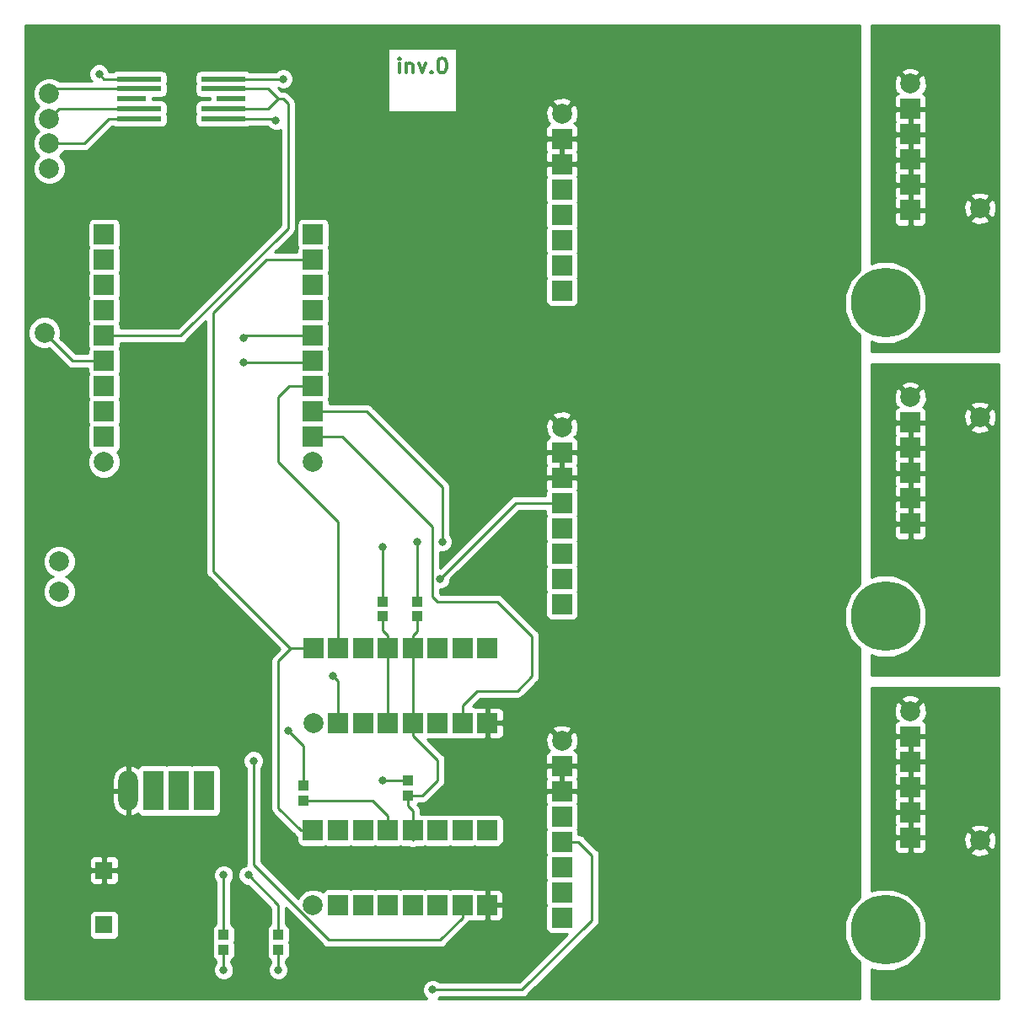
<source format=gbr>
G04 #@! TF.GenerationSoftware,KiCad,Pcbnew,(5.0.0)*
G04 #@! TF.CreationDate,2019-01-30T09:12:48+03:00*
G04 #@! TF.ProjectId,invertor,696E766572746F722E6B696361645F70,rev?*
G04 #@! TF.SameCoordinates,Original*
G04 #@! TF.FileFunction,Copper,L1,Top,Signal*
G04 #@! TF.FilePolarity,Positive*
%FSLAX46Y46*%
G04 Gerber Fmt 4.6, Leading zero omitted, Abs format (unit mm)*
G04 Created by KiCad (PCBNEW (5.0.0)) date 01/30/19 09:12:48*
%MOMM*%
%LPD*%
G01*
G04 APERTURE LIST*
G04 #@! TA.AperFunction,NonConductor*
%ADD10C,0.300000*%
G04 #@! TD*
G04 #@! TA.AperFunction,ComponentPad*
%ADD11R,2.000000X2.000000*%
G04 #@! TD*
G04 #@! TA.AperFunction,ComponentPad*
%ADD12C,2.000000*%
G04 #@! TD*
G04 #@! TA.AperFunction,ComponentPad*
%ADD13C,7.000000*%
G04 #@! TD*
G04 #@! TA.AperFunction,SMDPad,CuDef*
%ADD14R,4.500000X0.500000*%
G04 #@! TD*
G04 #@! TA.AperFunction,SMDPad,CuDef*
%ADD15R,3.000000X0.500000*%
G04 #@! TD*
G04 #@! TA.AperFunction,ComponentPad*
%ADD16R,1.700000X1.700000*%
G04 #@! TD*
G04 #@! TA.AperFunction,ComponentPad*
%ADD17R,2.000000X4.000000*%
G04 #@! TD*
G04 #@! TA.AperFunction,ComponentPad*
%ADD18O,2.000000X4.000000*%
G04 #@! TD*
G04 #@! TA.AperFunction,SMDPad,CuDef*
%ADD19R,1.000000X1.000000*%
G04 #@! TD*
G04 #@! TA.AperFunction,ViaPad*
%ADD20C,0.800000*%
G04 #@! TD*
G04 #@! TA.AperFunction,Conductor*
%ADD21C,0.250000*%
G04 #@! TD*
G04 #@! TA.AperFunction,Conductor*
%ADD22C,0.254000*%
G04 #@! TD*
G04 APERTURE END LIST*
D10*
X-161321428Y4096428D02*
X-161321428Y5096428D01*
X-161321428Y5596428D02*
X-161392857Y5525000D01*
X-161321428Y5453571D01*
X-161250000Y5525000D01*
X-161321428Y5596428D01*
X-161321428Y5453571D01*
X-160607142Y5096428D02*
X-160607142Y4096428D01*
X-160607142Y4953571D02*
X-160535714Y5025000D01*
X-160392857Y5096428D01*
X-160178571Y5096428D01*
X-160035714Y5025000D01*
X-159964285Y4882142D01*
X-159964285Y4096428D01*
X-159392857Y5096428D02*
X-159035714Y4096428D01*
X-158678571Y5096428D01*
X-158107142Y4239285D02*
X-158035714Y4167857D01*
X-158107142Y4096428D01*
X-158178571Y4167857D01*
X-158107142Y4239285D01*
X-158107142Y4096428D01*
X-157107142Y5596428D02*
X-156964285Y5596428D01*
X-156821428Y5525000D01*
X-156750000Y5453571D01*
X-156678571Y5310714D01*
X-156607142Y5025000D01*
X-156607142Y4667857D01*
X-156678571Y4382142D01*
X-156750000Y4239285D01*
X-156821428Y4167857D01*
X-156964285Y4096428D01*
X-157107142Y4096428D01*
X-157250000Y4167857D01*
X-157321428Y4239285D01*
X-157392857Y4382142D01*
X-157464285Y4667857D01*
X-157464285Y5025000D01*
X-157392857Y5310714D01*
X-157321428Y5453571D01*
X-157250000Y5525000D01*
X-157107142Y5596428D01*
D11*
G04 #@! TO.P,A2,10*
G04 #@! TO.N,Net-(A2-Pad10)*
X-110000000Y460000D03*
G04 #@! TO.P,A2,12*
X-110000000Y-4620000D03*
G04 #@! TO.P,A2,14*
X-110000000Y-9700000D03*
G04 #@! TO.P,A2,13*
X-110000000Y-7160000D03*
G04 #@! TO.P,A2,11*
X-110000000Y-2080000D03*
D12*
G04 #@! TO.P,A2,9*
X-110000000Y3000000D03*
D13*
G04 #@! TO.P,A2,*
G04 #@! TO.N,*
X-112500000Y-19000000D03*
D11*
G04 #@! TO.P,A2,8*
G04 #@! TO.N,0dc*
X-145000000Y-17780000D03*
G04 #@! TO.P,A2,7*
X-145000000Y-15240000D03*
G04 #@! TO.P,A2,6*
X-145000000Y-12700000D03*
G04 #@! TO.P,A2,5*
G04 #@! TO.N,Net-(A2-Pad5)*
X-145000000Y-10160000D03*
G04 #@! TO.P,A2,4*
G04 #@! TO.N,Net-(A2-Pad4)*
X-145000000Y-7620000D03*
G04 #@! TO.P,A2,3*
G04 #@! TO.N,12dc*
X-145000000Y-5080000D03*
G04 #@! TO.P,A2,2*
X-145000000Y-2540000D03*
D12*
G04 #@! TO.P,A2,1*
X-145000000Y0D03*
G04 #@! TD*
D11*
G04 #@! TO.P,A3,10*
G04 #@! TO.N,Net-(A3-Pad10)*
X-110000000Y-31040000D03*
G04 #@! TO.P,A3,12*
X-110000000Y-36120000D03*
G04 #@! TO.P,A3,14*
X-110000000Y-41200000D03*
G04 #@! TO.P,A3,13*
X-110000000Y-38660000D03*
G04 #@! TO.P,A3,11*
X-110000000Y-33580000D03*
D12*
G04 #@! TO.P,A3,9*
X-110000000Y-28500000D03*
D13*
G04 #@! TO.P,A3,*
G04 #@! TO.N,*
X-112500000Y-50500000D03*
D11*
G04 #@! TO.P,A3,8*
G04 #@! TO.N,0dc*
X-145000000Y-49280000D03*
G04 #@! TO.P,A3,7*
X-145000000Y-46740000D03*
G04 #@! TO.P,A3,6*
X-145000000Y-44200000D03*
G04 #@! TO.P,A3,5*
G04 #@! TO.N,Net-(A3-Pad5)*
X-145000000Y-41660000D03*
G04 #@! TO.P,A3,4*
G04 #@! TO.N,Net-(A3-Pad4)*
X-145000000Y-39120000D03*
G04 #@! TO.P,A3,3*
G04 #@! TO.N,12dc*
X-145000000Y-36580000D03*
G04 #@! TO.P,A3,2*
X-145000000Y-34040000D03*
D12*
G04 #@! TO.P,A3,1*
X-145000000Y-31500000D03*
G04 #@! TD*
D11*
G04 #@! TO.P,A4,10*
G04 #@! TO.N,Net-(A4-Pad10)*
X-110000000Y-62540000D03*
G04 #@! TO.P,A4,12*
X-110000000Y-67620000D03*
G04 #@! TO.P,A4,14*
X-110000000Y-72700000D03*
G04 #@! TO.P,A4,13*
X-110000000Y-70160000D03*
G04 #@! TO.P,A4,11*
X-110000000Y-65080000D03*
D12*
G04 #@! TO.P,A4,9*
X-110000000Y-60000000D03*
D13*
G04 #@! TO.P,A4,*
G04 #@! TO.N,*
X-112500000Y-82000000D03*
D11*
G04 #@! TO.P,A4,8*
G04 #@! TO.N,0dc*
X-145000000Y-80780000D03*
G04 #@! TO.P,A4,7*
X-145000000Y-78240000D03*
G04 #@! TO.P,A4,6*
X-145000000Y-75700000D03*
G04 #@! TO.P,A4,5*
G04 #@! TO.N,Net-(A4-Pad5)*
X-145000000Y-73160000D03*
G04 #@! TO.P,A4,4*
G04 #@! TO.N,Net-(A4-Pad4)*
X-145000000Y-70620000D03*
G04 #@! TO.P,A4,3*
G04 #@! TO.N,12dc*
X-145000000Y-68080000D03*
G04 #@! TO.P,A4,2*
X-145000000Y-65540000D03*
D12*
G04 #@! TO.P,A4,1*
X-145000000Y-63000000D03*
G04 #@! TD*
G04 #@! TO.P,A1,1*
G04 #@! TO.N,K1*
X-170000000Y-35000000D03*
G04 #@! TO.P,A1,11*
G04 #@! TO.N,Net-(A1-Pad11)*
X-191000000Y-35000000D03*
D11*
G04 #@! TO.P,A1,2*
G04 #@! TO.N,K2*
X-170000000Y-32460000D03*
G04 #@! TO.P,A1,3*
G04 #@! TO.N,K3*
X-170000000Y-29920000D03*
G04 #@! TO.P,A1,4*
G04 #@! TO.N,K4*
X-170000000Y-27380000D03*
G04 #@! TO.P,A1,5*
G04 #@! TO.N,K5*
X-170000000Y-24840000D03*
G04 #@! TO.P,A1,6*
G04 #@! TO.N,K6*
X-170000000Y-22300000D03*
G04 #@! TO.P,A1,7*
G04 #@! TO.N,Net-(A1-Pad7)*
X-170000000Y-19760000D03*
G04 #@! TO.P,A1,8*
G04 #@! TO.N,Net-(A1-Pad8)*
X-170000000Y-17220000D03*
G04 #@! TO.P,A1,9*
G04 #@! TO.N,vcc*
X-170000000Y-14680000D03*
G04 #@! TO.P,A1,10*
G04 #@! TO.N,0dc*
X-170000000Y-12140000D03*
G04 #@! TO.P,A1,13*
X-191000000Y-29920000D03*
G04 #@! TO.P,A1,12*
G04 #@! TO.N,Net-(A1-Pad12)*
X-191000000Y-32460000D03*
G04 #@! TO.P,A1,16*
G04 #@! TO.N,en*
X-191000000Y-22300000D03*
G04 #@! TO.P,A1,18*
G04 #@! TO.N,0dc*
X-191000000Y-17220000D03*
G04 #@! TO.P,A1,17*
G04 #@! TO.N,vcc*
X-191000000Y-19760000D03*
G04 #@! TO.P,A1,15*
G04 #@! TO.N,Net-(A1-Pad15)*
X-191000000Y-24840000D03*
G04 #@! TO.P,A1,20*
G04 #@! TO.N,rx*
X-191000000Y-12140000D03*
G04 #@! TO.P,A1,14*
G04 #@! TO.N,Net-(A1-Pad14)*
X-191000000Y-27380000D03*
G04 #@! TO.P,A1,19*
G04 #@! TO.N,tx*
X-191000000Y-14680000D03*
G04 #@! TD*
D12*
G04 #@! TO.P,DA1,1*
G04 #@! TO.N,Net-(A1-Pad14)*
X-170000000Y-79500000D03*
D11*
G04 #@! TO.P,DA1,2*
G04 #@! TO.N,K5*
X-167500000Y-79500000D03*
G04 #@! TO.P,DA1,3*
G04 #@! TO.N,Net-(A4-Pad4)*
X-165000000Y-79500000D03*
G04 #@! TO.P,DA1,4*
G04 #@! TO.N,0dc*
X-162500000Y-79500000D03*
G04 #@! TO.P,DA1,5*
X-160000000Y-79500000D03*
G04 #@! TO.P,DA1,6*
G04 #@! TO.N,Net-(A4-Pad5)*
X-157500000Y-79500000D03*
G04 #@! TO.P,DA1,7*
G04 #@! TO.N,K6*
X-155000000Y-79500000D03*
G04 #@! TO.P,DA1,8*
G04 #@! TO.N,12dc*
X-152500000Y-79500000D03*
G04 #@! TO.P,DA1,16*
G04 #@! TO.N,vcc*
X-170000000Y-72000000D03*
G04 #@! TO.P,DA1,15*
G04 #@! TO.N,Net-(DA1-Pad15)*
X-167500000Y-72000000D03*
G04 #@! TO.P,DA1,14*
G04 #@! TO.N,Net-(DA1-Pad14)*
X-165000000Y-72000000D03*
G04 #@! TO.P,DA1,13*
G04 #@! TO.N,0dc*
X-162500000Y-72000000D03*
G04 #@! TO.P,DA1,12*
X-160000000Y-72000000D03*
G04 #@! TO.P,DA1,11*
G04 #@! TO.N,Net-(DA1-Pad11)*
X-157500000Y-72000000D03*
G04 #@! TO.P,DA1,10*
G04 #@! TO.N,Net-(DA1-Pad10)*
X-155000000Y-72000000D03*
G04 #@! TO.P,DA1,9*
G04 #@! TO.N,Net-(DA1-Pad9)*
X-152500000Y-72000000D03*
G04 #@! TD*
G04 #@! TO.P,DA2,9*
G04 #@! TO.N,Net-(A1-Pad7)*
X-152480344Y-53711173D03*
G04 #@! TO.P,DA2,10*
G04 #@! TO.N,K3*
X-154980344Y-53711173D03*
G04 #@! TO.P,DA2,11*
G04 #@! TO.N,Net-(A3-Pad4)*
X-157480344Y-53711173D03*
G04 #@! TO.P,DA2,12*
G04 #@! TO.N,0dc*
X-159980344Y-53711173D03*
G04 #@! TO.P,DA2,13*
X-162480344Y-53711173D03*
G04 #@! TO.P,DA2,14*
G04 #@! TO.N,Net-(A3-Pad5)*
X-164980344Y-53711173D03*
G04 #@! TO.P,DA2,15*
G04 #@! TO.N,K4*
X-167480344Y-53711173D03*
G04 #@! TO.P,DA2,16*
G04 #@! TO.N,vcc*
X-169980344Y-53711173D03*
G04 #@! TO.P,DA2,8*
G04 #@! TO.N,12dc*
X-152480344Y-61211173D03*
G04 #@! TO.P,DA2,7*
G04 #@! TO.N,K2*
X-154980344Y-61211173D03*
G04 #@! TO.P,DA2,6*
G04 #@! TO.N,Net-(A2-Pad5)*
X-157480344Y-61211173D03*
G04 #@! TO.P,DA2,5*
G04 #@! TO.N,0dc*
X-159980344Y-61211173D03*
G04 #@! TO.P,DA2,4*
X-162480344Y-61211173D03*
G04 #@! TO.P,DA2,3*
G04 #@! TO.N,Net-(A2-Pad4)*
X-164980344Y-61211173D03*
G04 #@! TO.P,DA2,2*
G04 #@! TO.N,K1*
X-167480344Y-61211173D03*
D12*
G04 #@! TO.P,DA2,1*
G04 #@! TO.N,Net-(A1-Pad8)*
X-169980344Y-61211173D03*
G04 #@! TD*
D14*
G04 #@! TO.P,DD1,1*
G04 #@! TO.N,Net-(DD1-Pad1)*
X-179000000Y-500000D03*
G04 #@! TO.P,DD1,2*
G04 #@! TO.N,en*
X-179000000Y500000D03*
D15*
G04 #@! TO.P,DD1,*
G04 #@! TO.N,*
X-178250000Y1500000D03*
D14*
G04 #@! TO.P,DD1,3*
G04 #@! TO.N,en*
X-179000000Y2500000D03*
G04 #@! TO.P,DD1,4*
G04 #@! TO.N,Net-(DD1-Pad4)*
X-179000000Y3500000D03*
G04 #@! TO.P,DD1,8*
G04 #@! TO.N,vcc*
X-187500000Y-500000D03*
G04 #@! TO.P,DD1,7*
G04 #@! TO.N,Net-(DD1-Pad7)*
X-187500000Y500000D03*
D15*
G04 #@! TO.P,DD1,*
G04 #@! TO.N,*
X-188250000Y1500000D03*
D14*
G04 #@! TO.P,DD1,6*
G04 #@! TO.N,Net-(DD1-Pad6)*
X-187500000Y2500000D03*
G04 #@! TO.P,DD1,5*
G04 #@! TO.N,0dc*
X-187500000Y3500000D03*
G04 #@! TD*
D16*
G04 #@! TO.P,FU1,2*
G04 #@! TO.N,12dc*
X-191000000Y-76000000D03*
G04 #@! TO.P,FU1,1*
G04 #@! TO.N,Net-(FU1-Pad1)*
X-191000000Y-81500000D03*
G04 #@! TD*
D17*
G04 #@! TO.P,G1,4*
G04 #@! TO.N,0dc*
X-180920000Y-68000000D03*
G04 #@! TO.P,G1,3*
G04 #@! TO.N,Vcc*
X-183460000Y-68000000D03*
G04 #@! TO.P,G1,2*
G04 #@! TO.N,Net-(C1-Pad2)*
X-186000000Y-68000000D03*
D18*
G04 #@! TO.P,G1,1*
G04 #@! TO.N,12dc*
X-188540000Y-68000000D03*
G04 #@! TD*
D12*
G04 #@! TO.P,X1,1*
G04 #@! TO.N,Net-(FU1-Pad1)*
X-195500000Y-48000000D03*
G04 #@! TD*
G04 #@! TO.P,X2,1*
G04 #@! TO.N,Net-(C1-Pad2)*
X-195500000Y-45000000D03*
G04 #@! TD*
G04 #@! TO.P,X3,1*
G04 #@! TO.N,Net-(A2-Pad10)*
X-103000000Y-9500000D03*
G04 #@! TD*
G04 #@! TO.P,X4,1*
G04 #@! TO.N,Net-(A3-Pad10)*
X-103000000Y-30500000D03*
G04 #@! TD*
G04 #@! TO.P,X5,1*
G04 #@! TO.N,Net-(A4-Pad10)*
X-103000000Y-73000000D03*
G04 #@! TD*
G04 #@! TO.P,X6,1*
G04 #@! TO.N,Net-(DD1-Pad6)*
X-196500000Y2000000D03*
G04 #@! TD*
G04 #@! TO.P,X7,1*
G04 #@! TO.N,Net-(DD1-Pad7)*
X-196500000Y-500000D03*
G04 #@! TD*
G04 #@! TO.P,X8,1*
G04 #@! TO.N,vcc*
X-196500000Y-3000000D03*
G04 #@! TD*
G04 #@! TO.P,X10,1*
G04 #@! TO.N,Net-(A1-Pad15)*
X-197000000Y-22000000D03*
G04 #@! TD*
G04 #@! TO.P,X9,1*
G04 #@! TO.N,gnd*
X-196500000Y-5500000D03*
G04 #@! TD*
D19*
G04 #@! TO.P,HL1,2*
G04 #@! TO.N,0dc*
X-171000000Y-69000000D03*
G04 #@! TO.P,HL1,1*
G04 #@! TO.N,Net-(HL1-Pad1)*
X-171000000Y-67500000D03*
G04 #@! TD*
G04 #@! TO.P,HL2,1*
G04 #@! TO.N,Net-(HL2-Pad1)*
X-160500000Y-67000000D03*
G04 #@! TO.P,HL2,2*
G04 #@! TO.N,0dc*
X-160500000Y-68500000D03*
G04 #@! TD*
G04 #@! TO.P,HL3,2*
G04 #@! TO.N,0dc*
X-179000000Y-84000000D03*
G04 #@! TO.P,HL3,1*
G04 #@! TO.N,Net-(HL3-Pad1)*
X-179000000Y-82500000D03*
G04 #@! TD*
G04 #@! TO.P,HL4,1*
G04 #@! TO.N,Net-(HL4-Pad1)*
X-173500000Y-82500000D03*
G04 #@! TO.P,HL4,2*
G04 #@! TO.N,0dc*
X-173500000Y-84000000D03*
G04 #@! TD*
G04 #@! TO.P,HL5,2*
G04 #@! TO.N,0dc*
X-159500000Y-50500000D03*
G04 #@! TO.P,HL5,1*
G04 #@! TO.N,Net-(HL5-Pad1)*
X-159500000Y-49000000D03*
G04 #@! TD*
G04 #@! TO.P,HL6,1*
G04 #@! TO.N,Net-(HL6-Pad1)*
X-163000000Y-49000000D03*
G04 #@! TO.P,HL6,2*
G04 #@! TO.N,0dc*
X-163000000Y-50500000D03*
G04 #@! TD*
D20*
G04 #@! TO.N,K1*
X-168000000Y-56500000D03*
G04 #@! TO.N,K3*
X-157000000Y-43000000D03*
G04 #@! TO.N,K5*
X-177000000Y-25000000D03*
G04 #@! TO.N,K6*
X-177000000Y-22500000D03*
X-176000000Y-65000000D03*
G04 #@! TO.N,0dc*
X-191500000Y4000000D03*
X-179000000Y-86000000D03*
X-173500000Y-86000000D03*
G04 #@! TO.N,Net-(A3-Pad4)*
X-157237340Y-46737340D03*
G04 #@! TO.N,Net-(A4-Pad5)*
X-158000000Y-88000000D03*
G04 #@! TO.N,Net-(DD1-Pad1)*
X-173725010Y-661148D03*
G04 #@! TO.N,Net-(DD1-Pad4)*
X-173000000Y3500000D03*
G04 #@! TO.N,Net-(HL1-Pad1)*
X-172500000Y-62000000D03*
G04 #@! TO.N,Net-(HL2-Pad1)*
X-163000000Y-67000000D03*
G04 #@! TO.N,Net-(HL3-Pad1)*
X-179000000Y-76500000D03*
G04 #@! TO.N,Net-(HL4-Pad1)*
X-176500000Y-76500000D03*
G04 #@! TO.N,Net-(HL5-Pad1)*
X-159500000Y-43000000D03*
G04 #@! TO.N,Net-(HL6-Pad1)*
X-163000000Y-43500000D03*
G04 #@! TD*
D21*
G04 #@! TO.N,K1*
X-167480344Y-57019656D02*
X-168000000Y-56500000D01*
X-167480344Y-61211173D02*
X-167480344Y-57019656D01*
G04 #@! TO.N,K2*
X-158000000Y-41500000D02*
X-167040000Y-32460000D01*
X-158000000Y-48500000D02*
X-158000000Y-41500000D01*
X-157500000Y-49000000D02*
X-158000000Y-48500000D01*
X-151500000Y-49000000D02*
X-157500000Y-49000000D01*
X-154980344Y-61211173D02*
X-154980344Y-59480344D01*
X-154980344Y-59480344D02*
X-153500000Y-58000000D01*
X-153500000Y-58000000D02*
X-149500000Y-58000000D01*
X-167040000Y-32460000D02*
X-170000000Y-32460000D01*
X-149500000Y-58000000D02*
X-148000000Y-56500000D01*
X-148000000Y-56500000D02*
X-148000000Y-52500000D01*
X-148000000Y-52500000D02*
X-151500000Y-49000000D01*
G04 #@! TO.N,K3*
X-164580000Y-29920000D02*
X-170000000Y-29920000D01*
X-157000000Y-37500000D02*
X-164580000Y-29920000D01*
X-157000000Y-43000000D02*
X-157000000Y-37500000D01*
G04 #@! TO.N,K4*
X-167480344Y-53711173D02*
X-167480344Y-41019656D01*
X-167480344Y-41019656D02*
X-173500000Y-35000000D01*
X-173500000Y-35000000D02*
X-173500000Y-28500000D01*
X-172380000Y-27380000D02*
X-170000000Y-27380000D01*
X-173500000Y-28500000D02*
X-172380000Y-27380000D01*
G04 #@! TO.N,K5*
X-170160000Y-25000000D02*
X-170000000Y-24840000D01*
X-177000000Y-25000000D02*
X-170160000Y-25000000D01*
G04 #@! TO.N,K6*
X-170000000Y-22300000D02*
X-176800000Y-22300000D01*
X-176800000Y-22300000D02*
X-177000000Y-22500000D01*
X-155000000Y-80750000D02*
X-157250000Y-83000000D01*
X-155000000Y-79500000D02*
X-155000000Y-80750000D01*
X-176000000Y-75461002D02*
X-176000000Y-65000000D01*
X-168461002Y-83000000D02*
X-176000000Y-75461002D01*
X-157250000Y-83000000D02*
X-168461002Y-83000000D01*
G04 #@! TO.N,vcc*
X-187500000Y-500000D02*
X-190500000Y-500000D01*
X-193000000Y-3000000D02*
X-196500000Y-3000000D01*
X-190500000Y-500000D02*
X-193000000Y-3000000D01*
X-169980344Y-53711173D02*
X-172211173Y-53711173D01*
X-172211173Y-53711173D02*
X-172288827Y-53711173D01*
X-172288827Y-53711173D02*
X-180000000Y-46000000D01*
X-180000000Y-46000000D02*
X-180000000Y-20000000D01*
X-174680000Y-14680000D02*
X-170000000Y-14680000D01*
X-180000000Y-20000000D02*
X-174680000Y-14680000D01*
X-173500000Y-55000000D02*
X-172211173Y-53711173D01*
X-173500000Y-69750000D02*
X-173500000Y-55000000D01*
X-171250000Y-72000000D02*
X-173500000Y-69750000D01*
X-170000000Y-72000000D02*
X-171250000Y-72000000D01*
G04 #@! TO.N,en*
X-177750000Y2500000D02*
X-174500000Y2500000D01*
X-174500000Y2500000D02*
X-173500000Y1500000D01*
X-174500000Y500000D02*
X-173500000Y1500000D01*
X-177750000Y500000D02*
X-174500000Y500000D01*
X-183300000Y-22300000D02*
X-191000000Y-22300000D01*
X-172500000Y-11500000D02*
X-183300000Y-22300000D01*
X-172500000Y1000000D02*
X-172500000Y-11500000D01*
X-173000000Y1500000D02*
X-172500000Y1000000D01*
X-173500000Y1500000D02*
X-173000000Y1500000D01*
G04 #@! TO.N,Net-(A1-Pad15)*
X-194160000Y-24840000D02*
X-197000000Y-22000000D01*
X-191000000Y-24840000D02*
X-194160000Y-24840000D01*
G04 #@! TO.N,0dc*
X-162480344Y-53711173D02*
X-162480344Y-61211173D01*
X-159980344Y-53711173D02*
X-159980344Y-61211173D01*
X-187500000Y3500000D02*
X-191000000Y3500000D01*
X-191000000Y3500000D02*
X-191500000Y4000000D01*
X-162500000Y-70500000D02*
X-162500000Y-72000000D01*
X-163500000Y-69500000D02*
X-162500000Y-70500000D01*
X-160500000Y-69500000D02*
X-160000000Y-70000000D01*
X-160500000Y-68500000D02*
X-160500000Y-69500000D01*
X-160000000Y-73000000D02*
X-160000000Y-70000000D01*
X-163000000Y-51941517D02*
X-163000000Y-51500000D01*
X-162480344Y-52461173D02*
X-163000000Y-51941517D01*
X-162480344Y-53711173D02*
X-162480344Y-52461173D01*
X-163000000Y-50500000D02*
X-163000000Y-51500000D01*
X-159519171Y-52000000D02*
X-159500000Y-52000000D01*
X-159980344Y-52461173D02*
X-159519171Y-52000000D01*
X-159980344Y-53711173D02*
X-159980344Y-52461173D01*
X-159500000Y-50500000D02*
X-159500000Y-52000000D01*
X-179000000Y-84000000D02*
X-179000000Y-86000000D01*
X-173500000Y-84000000D02*
X-173500000Y-86000000D01*
X-159980344Y-62461173D02*
X-157500000Y-64941517D01*
X-159980344Y-61211173D02*
X-159980344Y-62461173D01*
X-157500000Y-64941517D02*
X-157500000Y-66000000D01*
X-159000000Y-68500000D02*
X-160500000Y-68500000D01*
X-157500000Y-67000000D02*
X-159000000Y-68500000D01*
X-164000000Y-69000000D02*
X-163500000Y-69500000D01*
X-171000000Y-69000000D02*
X-164000000Y-69000000D01*
X-157500000Y-66000000D02*
X-157500000Y-67000000D01*
G04 #@! TO.N,Net-(A3-Pad4)*
X-149620000Y-39120000D02*
X-156837341Y-46337341D01*
X-145000000Y-39120000D02*
X-149620000Y-39120000D01*
X-156837341Y-46337341D02*
X-157237340Y-46737340D01*
G04 #@! TO.N,Net-(A4-Pad5)*
X-158000000Y-88000000D02*
X-149000000Y-88000000D01*
X-149000000Y-88000000D02*
X-142000000Y-81000000D01*
X-142000000Y-81000000D02*
X-142000000Y-74500000D01*
X-143340000Y-73160000D02*
X-145000000Y-73160000D01*
X-142000000Y-74500000D02*
X-143340000Y-73160000D01*
G04 #@! TO.N,Net-(DD1-Pad1)*
X-173886158Y-500000D02*
X-173725010Y-661148D01*
X-177750000Y-500000D02*
X-173886158Y-500000D01*
G04 #@! TO.N,Net-(DD1-Pad4)*
X-173000000Y3500000D02*
X-177750000Y3500000D01*
G04 #@! TO.N,Net-(DD1-Pad7)*
X-195500001Y499999D02*
X-196500000Y-500000D01*
X-187500000Y500000D02*
X-195500001Y499999D01*
G04 #@! TO.N,Net-(DD1-Pad6)*
X-196000000Y2500000D02*
X-196500000Y2000000D01*
X-187500000Y2500000D02*
X-196000000Y2500000D01*
G04 #@! TO.N,Net-(HL1-Pad1)*
X-172500000Y-62000000D02*
X-171000000Y-63500000D01*
X-171000000Y-63500000D02*
X-171000000Y-67500000D01*
G04 #@! TO.N,Net-(HL2-Pad1)*
X-160500000Y-67000000D02*
X-163000000Y-67000000D01*
G04 #@! TO.N,Net-(HL3-Pad1)*
X-179000000Y-79000000D02*
X-179000000Y-76500000D01*
X-179000000Y-82500000D02*
X-179000000Y-81750000D01*
X-179000000Y-81750000D02*
X-179000000Y-76500000D01*
G04 #@! TO.N,Net-(HL4-Pad1)*
X-173500000Y-79500000D02*
X-176500000Y-76500000D01*
X-173500000Y-82500000D02*
X-173500000Y-79500000D01*
G04 #@! TO.N,Net-(HL5-Pad1)*
X-159500000Y-43000000D02*
X-159500000Y-45500000D01*
X-159500000Y-48250000D02*
X-159500000Y-43000000D01*
X-159500000Y-49000000D02*
X-159500000Y-48250000D01*
G04 #@! TO.N,Net-(HL6-Pad1)*
X-163000000Y-43500000D02*
X-163000000Y-45500000D01*
X-163000000Y-49000000D02*
X-163000000Y-43500000D01*
G04 #@! TD*
D22*
G04 #@! TO.N,12dc*
G36*
X-115127000Y-15779228D02*
X-116005483Y-16657711D01*
X-116635000Y-18177497D01*
X-116635000Y-19822503D01*
X-116005483Y-21342289D01*
X-115127000Y-22220772D01*
X-115127000Y-47279228D01*
X-116005483Y-48157711D01*
X-116635000Y-49677497D01*
X-116635000Y-51322503D01*
X-116005483Y-52842289D01*
X-115127000Y-53720772D01*
X-115127000Y-78779228D01*
X-116005483Y-79657711D01*
X-116635000Y-81177497D01*
X-116635000Y-82822503D01*
X-116005483Y-84342289D01*
X-115127000Y-85220772D01*
X-115127000Y-88873000D01*
X-157409289Y-88873000D01*
X-157296289Y-88760000D01*
X-149074847Y-88760000D01*
X-149000000Y-88774888D01*
X-148925153Y-88760000D01*
X-148925148Y-88760000D01*
X-148703463Y-88715904D01*
X-148452071Y-88547929D01*
X-148409669Y-88484470D01*
X-141515527Y-81590329D01*
X-141452071Y-81547929D01*
X-141284096Y-81296537D01*
X-141240000Y-81074852D01*
X-141240000Y-81074847D01*
X-141225112Y-81000000D01*
X-141240000Y-80925153D01*
X-141240000Y-74574846D01*
X-141225112Y-74499999D01*
X-141240000Y-74425152D01*
X-141240000Y-74425148D01*
X-141284096Y-74203463D01*
X-141452071Y-73952071D01*
X-141515527Y-73909671D01*
X-142749669Y-72675530D01*
X-142792071Y-72612071D01*
X-143043463Y-72444096D01*
X-143265148Y-72400000D01*
X-143265153Y-72400000D01*
X-143340000Y-72385112D01*
X-143352560Y-72387610D01*
X-143352560Y-72160000D01*
X-143401843Y-71912235D01*
X-143416700Y-71890000D01*
X-143401843Y-71867765D01*
X-143352560Y-71620000D01*
X-143352560Y-69620000D01*
X-143401843Y-69372235D01*
X-143421526Y-69342777D01*
X-143365000Y-69206310D01*
X-143365000Y-68365750D01*
X-143523750Y-68207000D01*
X-144873000Y-68207000D01*
X-144873000Y-68227000D01*
X-145127000Y-68227000D01*
X-145127000Y-68207000D01*
X-146476250Y-68207000D01*
X-146635000Y-68365750D01*
X-146635000Y-69206310D01*
X-146578474Y-69342777D01*
X-146598157Y-69372235D01*
X-146647440Y-69620000D01*
X-146647440Y-71620000D01*
X-146598157Y-71867765D01*
X-146583300Y-71890000D01*
X-146598157Y-71912235D01*
X-146647440Y-72160000D01*
X-146647440Y-74160000D01*
X-146598157Y-74407765D01*
X-146583300Y-74430000D01*
X-146598157Y-74452235D01*
X-146647440Y-74700000D01*
X-146647440Y-76700000D01*
X-146598157Y-76947765D01*
X-146583300Y-76970000D01*
X-146598157Y-76992235D01*
X-146647440Y-77240000D01*
X-146647440Y-79240000D01*
X-146598157Y-79487765D01*
X-146583300Y-79510000D01*
X-146598157Y-79532235D01*
X-146647440Y-79780000D01*
X-146647440Y-81780000D01*
X-146598157Y-82027765D01*
X-146457809Y-82237809D01*
X-146247765Y-82378157D01*
X-146000000Y-82427440D01*
X-144502242Y-82427440D01*
X-149314801Y-87240000D01*
X-157296289Y-87240000D01*
X-157413720Y-87122569D01*
X-157794126Y-86965000D01*
X-158205874Y-86965000D01*
X-158586280Y-87122569D01*
X-158877431Y-87413720D01*
X-159035000Y-87794126D01*
X-159035000Y-88205874D01*
X-158877431Y-88586280D01*
X-158590711Y-88873000D01*
X-198873000Y-88873000D01*
X-198873000Y-80650000D01*
X-192497440Y-80650000D01*
X-192497440Y-82350000D01*
X-192448157Y-82597765D01*
X-192307809Y-82807809D01*
X-192097765Y-82948157D01*
X-191850000Y-82997440D01*
X-190150000Y-82997440D01*
X-189902235Y-82948157D01*
X-189692191Y-82807809D01*
X-189551843Y-82597765D01*
X-189502560Y-82350000D01*
X-189502560Y-82000000D01*
X-180147440Y-82000000D01*
X-180147440Y-83000000D01*
X-180098157Y-83247765D01*
X-180096664Y-83250000D01*
X-180098157Y-83252235D01*
X-180147440Y-83500000D01*
X-180147440Y-84500000D01*
X-180098157Y-84747765D01*
X-179957809Y-84957809D01*
X-179759999Y-85089982D01*
X-179759999Y-85296288D01*
X-179877431Y-85413720D01*
X-180035000Y-85794126D01*
X-180035000Y-86205874D01*
X-179877431Y-86586280D01*
X-179586280Y-86877431D01*
X-179205874Y-87035000D01*
X-178794126Y-87035000D01*
X-178413720Y-86877431D01*
X-178122569Y-86586280D01*
X-177965000Y-86205874D01*
X-177965000Y-85794126D01*
X-178122569Y-85413720D01*
X-178240000Y-85296289D01*
X-178240000Y-85089982D01*
X-178042191Y-84957809D01*
X-177901843Y-84747765D01*
X-177852560Y-84500000D01*
X-177852560Y-83500000D01*
X-177901843Y-83252235D01*
X-177903336Y-83250000D01*
X-177901843Y-83247765D01*
X-177852560Y-83000000D01*
X-177852560Y-82000000D01*
X-177901843Y-81752235D01*
X-178042191Y-81542191D01*
X-178240000Y-81410018D01*
X-178240000Y-77203711D01*
X-178122569Y-77086280D01*
X-177965000Y-76705874D01*
X-177965000Y-76294126D01*
X-177535000Y-76294126D01*
X-177535000Y-76705874D01*
X-177377431Y-77086280D01*
X-177086280Y-77377431D01*
X-176705874Y-77535000D01*
X-176539801Y-77535000D01*
X-174259999Y-79814803D01*
X-174260000Y-81410018D01*
X-174457809Y-81542191D01*
X-174598157Y-81752235D01*
X-174647440Y-82000000D01*
X-174647440Y-83000000D01*
X-174598157Y-83247765D01*
X-174596664Y-83250000D01*
X-174598157Y-83252235D01*
X-174647440Y-83500000D01*
X-174647440Y-84500000D01*
X-174598157Y-84747765D01*
X-174457809Y-84957809D01*
X-174259999Y-85089982D01*
X-174259999Y-85296288D01*
X-174377431Y-85413720D01*
X-174535000Y-85794126D01*
X-174535000Y-86205874D01*
X-174377431Y-86586280D01*
X-174086280Y-86877431D01*
X-173705874Y-87035000D01*
X-173294126Y-87035000D01*
X-172913720Y-86877431D01*
X-172622569Y-86586280D01*
X-172465000Y-86205874D01*
X-172465000Y-85794126D01*
X-172622569Y-85413720D01*
X-172740000Y-85296289D01*
X-172740000Y-85089982D01*
X-172542191Y-84957809D01*
X-172401843Y-84747765D01*
X-172352560Y-84500000D01*
X-172352560Y-83500000D01*
X-172401843Y-83252235D01*
X-172403336Y-83250000D01*
X-172401843Y-83247765D01*
X-172352560Y-83000000D01*
X-172352560Y-82000000D01*
X-172401843Y-81752235D01*
X-172542191Y-81542191D01*
X-172740000Y-81410018D01*
X-172740000Y-79795804D01*
X-169051331Y-83484473D01*
X-169008931Y-83547929D01*
X-168757539Y-83715904D01*
X-168535854Y-83760000D01*
X-168535850Y-83760000D01*
X-168461003Y-83774888D01*
X-168386156Y-83760000D01*
X-157324847Y-83760000D01*
X-157250000Y-83774888D01*
X-157175153Y-83760000D01*
X-157175148Y-83760000D01*
X-156953463Y-83715904D01*
X-156702071Y-83547929D01*
X-156659669Y-83484470D01*
X-154515527Y-81340329D01*
X-154452071Y-81297929D01*
X-154351517Y-81147440D01*
X-154000000Y-81147440D01*
X-153752235Y-81098157D01*
X-153738084Y-81088702D01*
X-153626310Y-81135000D01*
X-152785750Y-81135000D01*
X-152627000Y-80976250D01*
X-152627000Y-79627000D01*
X-152373000Y-79627000D01*
X-152373000Y-80976250D01*
X-152214250Y-81135000D01*
X-151373690Y-81135000D01*
X-151140301Y-81038327D01*
X-150961673Y-80859698D01*
X-150865000Y-80626309D01*
X-150865000Y-79785750D01*
X-151023750Y-79627000D01*
X-152373000Y-79627000D01*
X-152627000Y-79627000D01*
X-152647000Y-79627000D01*
X-152647000Y-79373000D01*
X-152627000Y-79373000D01*
X-152627000Y-78023750D01*
X-152373000Y-78023750D01*
X-152373000Y-79373000D01*
X-151023750Y-79373000D01*
X-150865000Y-79214250D01*
X-150865000Y-78373691D01*
X-150961673Y-78140302D01*
X-151140301Y-77961673D01*
X-151373690Y-77865000D01*
X-152214250Y-77865000D01*
X-152373000Y-78023750D01*
X-152627000Y-78023750D01*
X-152785750Y-77865000D01*
X-153626310Y-77865000D01*
X-153738084Y-77911298D01*
X-153752235Y-77901843D01*
X-154000000Y-77852560D01*
X-156000000Y-77852560D01*
X-156247765Y-77901843D01*
X-156250000Y-77903336D01*
X-156252235Y-77901843D01*
X-156500000Y-77852560D01*
X-158500000Y-77852560D01*
X-158747765Y-77901843D01*
X-158750000Y-77903336D01*
X-158752235Y-77901843D01*
X-159000000Y-77852560D01*
X-161000000Y-77852560D01*
X-161247765Y-77901843D01*
X-161250000Y-77903336D01*
X-161252235Y-77901843D01*
X-161500000Y-77852560D01*
X-163500000Y-77852560D01*
X-163747765Y-77901843D01*
X-163750000Y-77903336D01*
X-163752235Y-77901843D01*
X-164000000Y-77852560D01*
X-166000000Y-77852560D01*
X-166247765Y-77901843D01*
X-166250000Y-77903336D01*
X-166252235Y-77901843D01*
X-166500000Y-77852560D01*
X-168500000Y-77852560D01*
X-168747765Y-77901843D01*
X-168957809Y-78042191D01*
X-169033016Y-78154745D01*
X-169073847Y-78113914D01*
X-169674778Y-77865000D01*
X-170325222Y-77865000D01*
X-170926153Y-78113914D01*
X-171386086Y-78573847D01*
X-171510937Y-78875264D01*
X-175240000Y-75146201D01*
X-175240000Y-65703711D01*
X-175122569Y-65586280D01*
X-174965000Y-65205874D01*
X-174965000Y-64794126D01*
X-175122569Y-64413720D01*
X-175413720Y-64122569D01*
X-175794126Y-63965000D01*
X-176205874Y-63965000D01*
X-176586280Y-64122569D01*
X-176877431Y-64413720D01*
X-177035000Y-64794126D01*
X-177035000Y-65205874D01*
X-176877431Y-65586280D01*
X-176759999Y-65703712D01*
X-176760000Y-75386155D01*
X-176774888Y-75461002D01*
X-176768900Y-75491106D01*
X-177086280Y-75622569D01*
X-177377431Y-75913720D01*
X-177535000Y-76294126D01*
X-177965000Y-76294126D01*
X-178122569Y-75913720D01*
X-178413720Y-75622569D01*
X-178794126Y-75465000D01*
X-179205874Y-75465000D01*
X-179586280Y-75622569D01*
X-179877431Y-75913720D01*
X-180035000Y-76294126D01*
X-180035000Y-76705874D01*
X-179877431Y-77086280D01*
X-179759999Y-77203712D01*
X-179760000Y-79074851D01*
X-179759999Y-79074854D01*
X-179760000Y-81410018D01*
X-179957809Y-81542191D01*
X-180098157Y-81752235D01*
X-180147440Y-82000000D01*
X-189502560Y-82000000D01*
X-189502560Y-80650000D01*
X-189551843Y-80402235D01*
X-189692191Y-80192191D01*
X-189902235Y-80051843D01*
X-190150000Y-80002560D01*
X-191850000Y-80002560D01*
X-192097765Y-80051843D01*
X-192307809Y-80192191D01*
X-192448157Y-80402235D01*
X-192497440Y-80650000D01*
X-198873000Y-80650000D01*
X-198873000Y-76285750D01*
X-192485000Y-76285750D01*
X-192485000Y-76976310D01*
X-192388327Y-77209699D01*
X-192209698Y-77388327D01*
X-191976309Y-77485000D01*
X-191285750Y-77485000D01*
X-191127000Y-77326250D01*
X-191127000Y-76127000D01*
X-190873000Y-76127000D01*
X-190873000Y-77326250D01*
X-190714250Y-77485000D01*
X-190023691Y-77485000D01*
X-189790302Y-77388327D01*
X-189611673Y-77209699D01*
X-189515000Y-76976310D01*
X-189515000Y-76285750D01*
X-189673750Y-76127000D01*
X-190873000Y-76127000D01*
X-191127000Y-76127000D01*
X-192326250Y-76127000D01*
X-192485000Y-76285750D01*
X-198873000Y-76285750D01*
X-198873000Y-75023690D01*
X-192485000Y-75023690D01*
X-192485000Y-75714250D01*
X-192326250Y-75873000D01*
X-191127000Y-75873000D01*
X-191127000Y-74673750D01*
X-190873000Y-74673750D01*
X-190873000Y-75873000D01*
X-189673750Y-75873000D01*
X-189515000Y-75714250D01*
X-189515000Y-75023690D01*
X-189611673Y-74790301D01*
X-189790302Y-74611673D01*
X-190023691Y-74515000D01*
X-190714250Y-74515000D01*
X-190873000Y-74673750D01*
X-191127000Y-74673750D01*
X-191285750Y-74515000D01*
X-191976309Y-74515000D01*
X-192209698Y-74611673D01*
X-192388327Y-74790301D01*
X-192485000Y-75023690D01*
X-198873000Y-75023690D01*
X-198873000Y-68127000D01*
X-190175000Y-68127000D01*
X-190175000Y-69127000D01*
X-190001942Y-69743020D01*
X-189606317Y-70245922D01*
X-189048355Y-70559144D01*
X-188920434Y-70590124D01*
X-188667000Y-70470777D01*
X-188667000Y-68127000D01*
X-190175000Y-68127000D01*
X-198873000Y-68127000D01*
X-198873000Y-66873000D01*
X-190175000Y-66873000D01*
X-190175000Y-67873000D01*
X-188667000Y-67873000D01*
X-188667000Y-65529223D01*
X-188413000Y-65529223D01*
X-188413000Y-67873000D01*
X-188393000Y-67873000D01*
X-188393000Y-68127000D01*
X-188413000Y-68127000D01*
X-188413000Y-70470777D01*
X-188159566Y-70590124D01*
X-188031645Y-70559144D01*
X-187565099Y-70297240D01*
X-187457809Y-70457809D01*
X-187247765Y-70598157D01*
X-187000000Y-70647440D01*
X-185000000Y-70647440D01*
X-184752235Y-70598157D01*
X-184730000Y-70583300D01*
X-184707765Y-70598157D01*
X-184460000Y-70647440D01*
X-182460000Y-70647440D01*
X-182212235Y-70598157D01*
X-182190000Y-70583300D01*
X-182167765Y-70598157D01*
X-181920000Y-70647440D01*
X-179920000Y-70647440D01*
X-179672235Y-70598157D01*
X-179462191Y-70457809D01*
X-179321843Y-70247765D01*
X-179272560Y-70000000D01*
X-179272560Y-66000000D01*
X-179321843Y-65752235D01*
X-179462191Y-65542191D01*
X-179672235Y-65401843D01*
X-179920000Y-65352560D01*
X-181920000Y-65352560D01*
X-182167765Y-65401843D01*
X-182190000Y-65416700D01*
X-182212235Y-65401843D01*
X-182460000Y-65352560D01*
X-184460000Y-65352560D01*
X-184707765Y-65401843D01*
X-184730000Y-65416700D01*
X-184752235Y-65401843D01*
X-185000000Y-65352560D01*
X-187000000Y-65352560D01*
X-187247765Y-65401843D01*
X-187457809Y-65542191D01*
X-187565099Y-65702760D01*
X-188031645Y-65440856D01*
X-188159566Y-65409876D01*
X-188413000Y-65529223D01*
X-188667000Y-65529223D01*
X-188920434Y-65409876D01*
X-189048355Y-65440856D01*
X-189606317Y-65754078D01*
X-190001942Y-66256980D01*
X-190175000Y-66873000D01*
X-198873000Y-66873000D01*
X-198873000Y-44674778D01*
X-197135000Y-44674778D01*
X-197135000Y-45325222D01*
X-196886086Y-45926153D01*
X-196426153Y-46386086D01*
X-196151141Y-46500000D01*
X-196426153Y-46613914D01*
X-196886086Y-47073847D01*
X-197135000Y-47674778D01*
X-197135000Y-48325222D01*
X-196886086Y-48926153D01*
X-196426153Y-49386086D01*
X-195825222Y-49635000D01*
X-195174778Y-49635000D01*
X-194573847Y-49386086D01*
X-194113914Y-48926153D01*
X-193865000Y-48325222D01*
X-193865000Y-47674778D01*
X-194113914Y-47073847D01*
X-194573847Y-46613914D01*
X-194848859Y-46500000D01*
X-194573847Y-46386086D01*
X-194113914Y-45926153D01*
X-193865000Y-45325222D01*
X-193865000Y-44674778D01*
X-194113914Y-44073847D01*
X-194573847Y-43613914D01*
X-195174778Y-43365000D01*
X-195825222Y-43365000D01*
X-196426153Y-43613914D01*
X-196886086Y-44073847D01*
X-197135000Y-44674778D01*
X-198873000Y-44674778D01*
X-198873000Y-21674778D01*
X-198635000Y-21674778D01*
X-198635000Y-22325222D01*
X-198386086Y-22926153D01*
X-197926153Y-23386086D01*
X-197325222Y-23635000D01*
X-196674778Y-23635000D01*
X-196508624Y-23566177D01*
X-194750330Y-25324472D01*
X-194707929Y-25387929D01*
X-194456537Y-25555904D01*
X-194234852Y-25600000D01*
X-194234848Y-25600000D01*
X-194160000Y-25614888D01*
X-194085152Y-25600000D01*
X-192647440Y-25600000D01*
X-192647440Y-25840000D01*
X-192598157Y-26087765D01*
X-192583300Y-26110000D01*
X-192598157Y-26132235D01*
X-192647440Y-26380000D01*
X-192647440Y-28380000D01*
X-192598157Y-28627765D01*
X-192583300Y-28650000D01*
X-192598157Y-28672235D01*
X-192647440Y-28920000D01*
X-192647440Y-30920000D01*
X-192598157Y-31167765D01*
X-192583300Y-31190000D01*
X-192598157Y-31212235D01*
X-192647440Y-31460000D01*
X-192647440Y-33460000D01*
X-192598157Y-33707765D01*
X-192457809Y-33917809D01*
X-192321277Y-34009038D01*
X-192386086Y-34073847D01*
X-192635000Y-34674778D01*
X-192635000Y-35325222D01*
X-192386086Y-35926153D01*
X-191926153Y-36386086D01*
X-191325222Y-36635000D01*
X-190674778Y-36635000D01*
X-190073847Y-36386086D01*
X-189613914Y-35926153D01*
X-189365000Y-35325222D01*
X-189365000Y-34674778D01*
X-189613914Y-34073847D01*
X-189678723Y-34009038D01*
X-189542191Y-33917809D01*
X-189401843Y-33707765D01*
X-189352560Y-33460000D01*
X-189352560Y-31460000D01*
X-189401843Y-31212235D01*
X-189416700Y-31190000D01*
X-189401843Y-31167765D01*
X-189352560Y-30920000D01*
X-189352560Y-28920000D01*
X-189401843Y-28672235D01*
X-189416700Y-28650000D01*
X-189401843Y-28627765D01*
X-189352560Y-28380000D01*
X-189352560Y-26380000D01*
X-189401843Y-26132235D01*
X-189416700Y-26110000D01*
X-189401843Y-26087765D01*
X-189352560Y-25840000D01*
X-189352560Y-23840000D01*
X-189401843Y-23592235D01*
X-189416700Y-23570000D01*
X-189401843Y-23547765D01*
X-189352560Y-23300000D01*
X-189352560Y-23060000D01*
X-183374847Y-23060000D01*
X-183300000Y-23074888D01*
X-183225153Y-23060000D01*
X-183225148Y-23060000D01*
X-183003463Y-23015904D01*
X-182752071Y-22847929D01*
X-182709669Y-22784470D01*
X-180759999Y-20834800D01*
X-180760000Y-45925153D01*
X-180774888Y-46000000D01*
X-180760000Y-46074847D01*
X-180760000Y-46074851D01*
X-180715904Y-46296536D01*
X-180547929Y-46547929D01*
X-180484470Y-46590331D01*
X-173324802Y-53750001D01*
X-173984472Y-54409671D01*
X-174047928Y-54452071D01*
X-174090328Y-54515527D01*
X-174090329Y-54515528D01*
X-174215903Y-54703463D01*
X-174274888Y-55000000D01*
X-174259999Y-55074852D01*
X-174260000Y-69675153D01*
X-174274888Y-69750000D01*
X-174260000Y-69824847D01*
X-174260000Y-69824851D01*
X-174215904Y-70046536D01*
X-174047929Y-70297929D01*
X-173984470Y-70340331D01*
X-171840329Y-72484473D01*
X-171797929Y-72547929D01*
X-171647440Y-72648483D01*
X-171647440Y-73000000D01*
X-171598157Y-73247765D01*
X-171457809Y-73457809D01*
X-171247765Y-73598157D01*
X-171000000Y-73647440D01*
X-169000000Y-73647440D01*
X-168752235Y-73598157D01*
X-168750000Y-73596664D01*
X-168747765Y-73598157D01*
X-168500000Y-73647440D01*
X-166500000Y-73647440D01*
X-166252235Y-73598157D01*
X-166250000Y-73596664D01*
X-166247765Y-73598157D01*
X-166000000Y-73647440D01*
X-164000000Y-73647440D01*
X-163752235Y-73598157D01*
X-163750000Y-73596664D01*
X-163747765Y-73598157D01*
X-163500000Y-73647440D01*
X-161500000Y-73647440D01*
X-161252235Y-73598157D01*
X-161250000Y-73596664D01*
X-161247765Y-73598157D01*
X-161000000Y-73647440D01*
X-160399000Y-73647440D01*
X-160296537Y-73715904D01*
X-160000000Y-73774889D01*
X-159703464Y-73715904D01*
X-159601000Y-73647440D01*
X-159000000Y-73647440D01*
X-158752235Y-73598157D01*
X-158750000Y-73596664D01*
X-158747765Y-73598157D01*
X-158500000Y-73647440D01*
X-156500000Y-73647440D01*
X-156252235Y-73598157D01*
X-156250000Y-73596664D01*
X-156247765Y-73598157D01*
X-156000000Y-73647440D01*
X-154000000Y-73647440D01*
X-153752235Y-73598157D01*
X-153750000Y-73596664D01*
X-153747765Y-73598157D01*
X-153500000Y-73647440D01*
X-151500000Y-73647440D01*
X-151252235Y-73598157D01*
X-151042191Y-73457809D01*
X-150901843Y-73247765D01*
X-150852560Y-73000000D01*
X-150852560Y-71000000D01*
X-150901843Y-70752235D01*
X-151042191Y-70542191D01*
X-151252235Y-70401843D01*
X-151500000Y-70352560D01*
X-153500000Y-70352560D01*
X-153747765Y-70401843D01*
X-153750000Y-70403336D01*
X-153752235Y-70401843D01*
X-154000000Y-70352560D01*
X-156000000Y-70352560D01*
X-156247765Y-70401843D01*
X-156250000Y-70403336D01*
X-156252235Y-70401843D01*
X-156500000Y-70352560D01*
X-158500000Y-70352560D01*
X-158747765Y-70401843D01*
X-158750000Y-70403336D01*
X-158752235Y-70401843D01*
X-159000000Y-70352560D01*
X-159240000Y-70352560D01*
X-159240000Y-70074848D01*
X-159225112Y-70000000D01*
X-159240000Y-69925152D01*
X-159240000Y-69925148D01*
X-159284096Y-69703463D01*
X-159284096Y-69703462D01*
X-159409671Y-69515527D01*
X-159452071Y-69452071D01*
X-159511724Y-69412212D01*
X-159410018Y-69260000D01*
X-159074847Y-69260000D01*
X-159000000Y-69274888D01*
X-158925153Y-69260000D01*
X-158925148Y-69260000D01*
X-158703463Y-69215904D01*
X-158452071Y-69047929D01*
X-158409669Y-68984470D01*
X-157015524Y-67590327D01*
X-156952071Y-67547929D01*
X-156909673Y-67484476D01*
X-156909671Y-67484474D01*
X-156784097Y-67296538D01*
X-156784096Y-67296537D01*
X-156740000Y-67074852D01*
X-156740000Y-67074848D01*
X-156725112Y-67000001D01*
X-156740000Y-66925154D01*
X-156740000Y-65825750D01*
X-146635000Y-65825750D01*
X-146635000Y-66666310D01*
X-146575482Y-66810000D01*
X-146635000Y-66953690D01*
X-146635000Y-67794250D01*
X-146476250Y-67953000D01*
X-145127000Y-67953000D01*
X-145127000Y-65667000D01*
X-144873000Y-65667000D01*
X-144873000Y-67953000D01*
X-143523750Y-67953000D01*
X-143365000Y-67794250D01*
X-143365000Y-66953690D01*
X-143424518Y-66810000D01*
X-143365000Y-66666310D01*
X-143365000Y-65825750D01*
X-143523750Y-65667000D01*
X-144873000Y-65667000D01*
X-145127000Y-65667000D01*
X-146476250Y-65667000D01*
X-146635000Y-65825750D01*
X-156740000Y-65825750D01*
X-156740000Y-65016363D01*
X-156725112Y-64941516D01*
X-156740000Y-64866669D01*
X-156740000Y-64866665D01*
X-156784096Y-64644980D01*
X-156952071Y-64393588D01*
X-157015527Y-64351188D01*
X-158514995Y-62851721D01*
X-158480344Y-62858613D01*
X-156480344Y-62858613D01*
X-156232579Y-62809330D01*
X-156230344Y-62807837D01*
X-156228109Y-62809330D01*
X-155980344Y-62858613D01*
X-153980344Y-62858613D01*
X-153732579Y-62809330D01*
X-153718428Y-62799875D01*
X-153606654Y-62846173D01*
X-152766094Y-62846173D01*
X-152607344Y-62687423D01*
X-152607344Y-61338173D01*
X-152353344Y-61338173D01*
X-152353344Y-62687423D01*
X-152194594Y-62846173D01*
X-151354034Y-62846173D01*
X-151120645Y-62749500D01*
X-151106607Y-62735461D01*
X-146645908Y-62735461D01*
X-146621856Y-63385460D01*
X-146419387Y-63874264D01*
X-146225325Y-63946014D01*
X-146359698Y-64001673D01*
X-146538327Y-64180301D01*
X-146635000Y-64413690D01*
X-146635000Y-65254250D01*
X-146476250Y-65413000D01*
X-145127000Y-65413000D01*
X-145127000Y-65393000D01*
X-144873000Y-65393000D01*
X-144873000Y-65413000D01*
X-143523750Y-65413000D01*
X-143365000Y-65254250D01*
X-143365000Y-64413690D01*
X-143461673Y-64180301D01*
X-143640302Y-64001673D01*
X-143774675Y-63946014D01*
X-143580613Y-63874264D01*
X-143354092Y-63264539D01*
X-143378144Y-62614540D01*
X-143580613Y-62125736D01*
X-143847468Y-62027073D01*
X-144820395Y-63000000D01*
X-144806253Y-63014143D01*
X-144985858Y-63193748D01*
X-145000000Y-63179605D01*
X-145014143Y-63193748D01*
X-145193748Y-63014143D01*
X-145179605Y-63000000D01*
X-146152532Y-62027073D01*
X-146419387Y-62125736D01*
X-146645908Y-62735461D01*
X-151106607Y-62735461D01*
X-150942017Y-62570871D01*
X-150845344Y-62337482D01*
X-150845344Y-61847468D01*
X-145972927Y-61847468D01*
X-145000000Y-62820395D01*
X-144027073Y-61847468D01*
X-144125736Y-61580613D01*
X-144735461Y-61354092D01*
X-145385460Y-61378144D01*
X-145874264Y-61580613D01*
X-145972927Y-61847468D01*
X-150845344Y-61847468D01*
X-150845344Y-61496923D01*
X-151004094Y-61338173D01*
X-152353344Y-61338173D01*
X-152607344Y-61338173D01*
X-152627344Y-61338173D01*
X-152627344Y-61084173D01*
X-152607344Y-61084173D01*
X-152607344Y-59734923D01*
X-152353344Y-59734923D01*
X-152353344Y-61084173D01*
X-151004094Y-61084173D01*
X-150845344Y-60925423D01*
X-150845344Y-60084864D01*
X-150942017Y-59851475D01*
X-151120645Y-59672846D01*
X-151354034Y-59576173D01*
X-152194594Y-59576173D01*
X-152353344Y-59734923D01*
X-152607344Y-59734923D01*
X-152766094Y-59576173D01*
X-153606654Y-59576173D01*
X-153718428Y-59622471D01*
X-153732579Y-59613016D01*
X-153980344Y-59563733D01*
X-153988932Y-59563733D01*
X-153185198Y-58760000D01*
X-149574847Y-58760000D01*
X-149500000Y-58774888D01*
X-149425153Y-58760000D01*
X-149425148Y-58760000D01*
X-149203463Y-58715904D01*
X-148952071Y-58547929D01*
X-148909669Y-58484470D01*
X-147515524Y-57090327D01*
X-147452071Y-57047929D01*
X-147409673Y-56984476D01*
X-147409671Y-56984474D01*
X-147284097Y-56796538D01*
X-147284096Y-56796537D01*
X-147240000Y-56574852D01*
X-147240000Y-56574848D01*
X-147225112Y-56500001D01*
X-147240000Y-56425154D01*
X-147240000Y-52574846D01*
X-147225112Y-52499999D01*
X-147240000Y-52425152D01*
X-147240000Y-52425148D01*
X-147284096Y-52203463D01*
X-147370031Y-52074852D01*
X-147409671Y-52015526D01*
X-147409673Y-52015524D01*
X-147452071Y-51952071D01*
X-147515524Y-51909673D01*
X-150909669Y-48515530D01*
X-150952071Y-48452071D01*
X-151203463Y-48284096D01*
X-151425148Y-48240000D01*
X-151425153Y-48240000D01*
X-151500000Y-48225112D01*
X-151574847Y-48240000D01*
X-157185198Y-48240000D01*
X-157240000Y-48185199D01*
X-157240000Y-47772340D01*
X-157031466Y-47772340D01*
X-156651060Y-47614771D01*
X-156359909Y-47323620D01*
X-156202340Y-46943214D01*
X-156202340Y-46777141D01*
X-149305198Y-39880000D01*
X-146647440Y-39880000D01*
X-146647440Y-40120000D01*
X-146598157Y-40367765D01*
X-146583300Y-40390000D01*
X-146598157Y-40412235D01*
X-146647440Y-40660000D01*
X-146647440Y-42660000D01*
X-146598157Y-42907765D01*
X-146583300Y-42930000D01*
X-146598157Y-42952235D01*
X-146647440Y-43200000D01*
X-146647440Y-45200000D01*
X-146598157Y-45447765D01*
X-146583300Y-45470000D01*
X-146598157Y-45492235D01*
X-146647440Y-45740000D01*
X-146647440Y-47740000D01*
X-146598157Y-47987765D01*
X-146583300Y-48010000D01*
X-146598157Y-48032235D01*
X-146647440Y-48280000D01*
X-146647440Y-50280000D01*
X-146598157Y-50527765D01*
X-146457809Y-50737809D01*
X-146247765Y-50878157D01*
X-146000000Y-50927440D01*
X-144000000Y-50927440D01*
X-143752235Y-50878157D01*
X-143542191Y-50737809D01*
X-143401843Y-50527765D01*
X-143352560Y-50280000D01*
X-143352560Y-48280000D01*
X-143401843Y-48032235D01*
X-143416700Y-48010000D01*
X-143401843Y-47987765D01*
X-143352560Y-47740000D01*
X-143352560Y-45740000D01*
X-143401843Y-45492235D01*
X-143416700Y-45470000D01*
X-143401843Y-45447765D01*
X-143352560Y-45200000D01*
X-143352560Y-43200000D01*
X-143401843Y-42952235D01*
X-143416700Y-42930000D01*
X-143401843Y-42907765D01*
X-143352560Y-42660000D01*
X-143352560Y-40660000D01*
X-143401843Y-40412235D01*
X-143416700Y-40390000D01*
X-143401843Y-40367765D01*
X-143352560Y-40120000D01*
X-143352560Y-38120000D01*
X-143401843Y-37872235D01*
X-143421526Y-37842777D01*
X-143365000Y-37706310D01*
X-143365000Y-36865750D01*
X-143523750Y-36707000D01*
X-144873000Y-36707000D01*
X-144873000Y-36727000D01*
X-145127000Y-36727000D01*
X-145127000Y-36707000D01*
X-146476250Y-36707000D01*
X-146635000Y-36865750D01*
X-146635000Y-37706310D01*
X-146578474Y-37842777D01*
X-146598157Y-37872235D01*
X-146647440Y-38120000D01*
X-146647440Y-38360000D01*
X-149545152Y-38360000D01*
X-149620000Y-38345112D01*
X-149694848Y-38360000D01*
X-149694852Y-38360000D01*
X-149916537Y-38404096D01*
X-150167929Y-38572071D01*
X-150210329Y-38635527D01*
X-157240000Y-45665199D01*
X-157240000Y-44020865D01*
X-157205874Y-44035000D01*
X-156794126Y-44035000D01*
X-156413720Y-43877431D01*
X-156122569Y-43586280D01*
X-155965000Y-43205874D01*
X-155965000Y-42794126D01*
X-156122569Y-42413720D01*
X-156240000Y-42296289D01*
X-156240000Y-37574848D01*
X-156225112Y-37500000D01*
X-156240000Y-37425152D01*
X-156240000Y-37425148D01*
X-156284096Y-37203463D01*
X-156284096Y-37203462D01*
X-156409671Y-37015527D01*
X-156452071Y-36952071D01*
X-156515527Y-36909671D01*
X-159099448Y-34325750D01*
X-146635000Y-34325750D01*
X-146635000Y-35166310D01*
X-146575482Y-35310000D01*
X-146635000Y-35453690D01*
X-146635000Y-36294250D01*
X-146476250Y-36453000D01*
X-145127000Y-36453000D01*
X-145127000Y-34167000D01*
X-144873000Y-34167000D01*
X-144873000Y-36453000D01*
X-143523750Y-36453000D01*
X-143365000Y-36294250D01*
X-143365000Y-35453690D01*
X-143424518Y-35310000D01*
X-143365000Y-35166310D01*
X-143365000Y-34325750D01*
X-143523750Y-34167000D01*
X-144873000Y-34167000D01*
X-145127000Y-34167000D01*
X-146476250Y-34167000D01*
X-146635000Y-34325750D01*
X-159099448Y-34325750D01*
X-162189737Y-31235461D01*
X-146645908Y-31235461D01*
X-146621856Y-31885460D01*
X-146419387Y-32374264D01*
X-146225325Y-32446014D01*
X-146359698Y-32501673D01*
X-146538327Y-32680301D01*
X-146635000Y-32913690D01*
X-146635000Y-33754250D01*
X-146476250Y-33913000D01*
X-145127000Y-33913000D01*
X-145127000Y-33893000D01*
X-144873000Y-33893000D01*
X-144873000Y-33913000D01*
X-143523750Y-33913000D01*
X-143365000Y-33754250D01*
X-143365000Y-32913690D01*
X-143461673Y-32680301D01*
X-143640302Y-32501673D01*
X-143774675Y-32446014D01*
X-143580613Y-32374264D01*
X-143354092Y-31764539D01*
X-143378144Y-31114540D01*
X-143580613Y-30625736D01*
X-143847468Y-30527073D01*
X-144820395Y-31500000D01*
X-144806253Y-31514143D01*
X-144985858Y-31693748D01*
X-145000000Y-31679605D01*
X-145014143Y-31693748D01*
X-145193748Y-31514143D01*
X-145179605Y-31500000D01*
X-146152532Y-30527073D01*
X-146419387Y-30625736D01*
X-146645908Y-31235461D01*
X-162189737Y-31235461D01*
X-163077730Y-30347468D01*
X-145972927Y-30347468D01*
X-145000000Y-31320395D01*
X-144027073Y-30347468D01*
X-144125736Y-30080613D01*
X-144735461Y-29854092D01*
X-145385460Y-29878144D01*
X-145874264Y-30080613D01*
X-145972927Y-30347468D01*
X-163077730Y-30347468D01*
X-163989669Y-29435530D01*
X-164032071Y-29372071D01*
X-164283463Y-29204096D01*
X-164505148Y-29160000D01*
X-164505153Y-29160000D01*
X-164580000Y-29145112D01*
X-164654847Y-29160000D01*
X-168352560Y-29160000D01*
X-168352560Y-28920000D01*
X-168401843Y-28672235D01*
X-168416700Y-28650000D01*
X-168401843Y-28627765D01*
X-168352560Y-28380000D01*
X-168352560Y-26380000D01*
X-168401843Y-26132235D01*
X-168416700Y-26110000D01*
X-168401843Y-26087765D01*
X-168352560Y-25840000D01*
X-168352560Y-23840000D01*
X-168401843Y-23592235D01*
X-168416700Y-23570000D01*
X-168401843Y-23547765D01*
X-168352560Y-23300000D01*
X-168352560Y-21300000D01*
X-168401843Y-21052235D01*
X-168416700Y-21030000D01*
X-168401843Y-21007765D01*
X-168352560Y-20760000D01*
X-168352560Y-18760000D01*
X-168401843Y-18512235D01*
X-168416700Y-18490000D01*
X-168401843Y-18467765D01*
X-168352560Y-18220000D01*
X-168352560Y-16220000D01*
X-168401843Y-15972235D01*
X-168416700Y-15950000D01*
X-168401843Y-15927765D01*
X-168352560Y-15680000D01*
X-168352560Y-13680000D01*
X-168401843Y-13432235D01*
X-168416700Y-13410000D01*
X-168401843Y-13387765D01*
X-168352560Y-13140000D01*
X-168352560Y-11140000D01*
X-168401843Y-10892235D01*
X-168542191Y-10682191D01*
X-168752235Y-10541843D01*
X-169000000Y-10492560D01*
X-171000000Y-10492560D01*
X-171247765Y-10541843D01*
X-171457809Y-10682191D01*
X-171598157Y-10892235D01*
X-171647440Y-11140000D01*
X-171647440Y-13140000D01*
X-171598157Y-13387765D01*
X-171583300Y-13410000D01*
X-171598157Y-13432235D01*
X-171647440Y-13680000D01*
X-171647440Y-13920000D01*
X-173845197Y-13920000D01*
X-172015524Y-12090327D01*
X-171952071Y-12047929D01*
X-171909673Y-11984476D01*
X-171909671Y-11984474D01*
X-171784097Y-11796538D01*
X-171784096Y-11796537D01*
X-171740000Y-11574852D01*
X-171740000Y-11574848D01*
X-171725112Y-11500001D01*
X-171740000Y-11425154D01*
X-171740000Y-6620000D01*
X-146647440Y-6620000D01*
X-146647440Y-8620000D01*
X-146598157Y-8867765D01*
X-146583300Y-8890000D01*
X-146598157Y-8912235D01*
X-146647440Y-9160000D01*
X-146647440Y-11160000D01*
X-146598157Y-11407765D01*
X-146583300Y-11430000D01*
X-146598157Y-11452235D01*
X-146647440Y-11700000D01*
X-146647440Y-13700000D01*
X-146598157Y-13947765D01*
X-146583300Y-13970000D01*
X-146598157Y-13992235D01*
X-146647440Y-14240000D01*
X-146647440Y-16240000D01*
X-146598157Y-16487765D01*
X-146583300Y-16510000D01*
X-146598157Y-16532235D01*
X-146647440Y-16780000D01*
X-146647440Y-18780000D01*
X-146598157Y-19027765D01*
X-146457809Y-19237809D01*
X-146247765Y-19378157D01*
X-146000000Y-19427440D01*
X-144000000Y-19427440D01*
X-143752235Y-19378157D01*
X-143542191Y-19237809D01*
X-143401843Y-19027765D01*
X-143352560Y-18780000D01*
X-143352560Y-16780000D01*
X-143401843Y-16532235D01*
X-143416700Y-16510000D01*
X-143401843Y-16487765D01*
X-143352560Y-16240000D01*
X-143352560Y-14240000D01*
X-143401843Y-13992235D01*
X-143416700Y-13970000D01*
X-143401843Y-13947765D01*
X-143352560Y-13700000D01*
X-143352560Y-11700000D01*
X-143401843Y-11452235D01*
X-143416700Y-11430000D01*
X-143401843Y-11407765D01*
X-143352560Y-11160000D01*
X-143352560Y-9160000D01*
X-143401843Y-8912235D01*
X-143416700Y-8890000D01*
X-143401843Y-8867765D01*
X-143352560Y-8620000D01*
X-143352560Y-6620000D01*
X-143401843Y-6372235D01*
X-143421526Y-6342777D01*
X-143365000Y-6206310D01*
X-143365000Y-5365750D01*
X-143523750Y-5207000D01*
X-144873000Y-5207000D01*
X-144873000Y-5227000D01*
X-145127000Y-5227000D01*
X-145127000Y-5207000D01*
X-146476250Y-5207000D01*
X-146635000Y-5365750D01*
X-146635000Y-6206310D01*
X-146578474Y-6342777D01*
X-146598157Y-6372235D01*
X-146647440Y-6620000D01*
X-171740000Y-6620000D01*
X-171740000Y-2825750D01*
X-146635000Y-2825750D01*
X-146635000Y-3666310D01*
X-146575482Y-3810000D01*
X-146635000Y-3953690D01*
X-146635000Y-4794250D01*
X-146476250Y-4953000D01*
X-145127000Y-4953000D01*
X-145127000Y-2667000D01*
X-144873000Y-2667000D01*
X-144873000Y-4953000D01*
X-143523750Y-4953000D01*
X-143365000Y-4794250D01*
X-143365000Y-3953690D01*
X-143424518Y-3810000D01*
X-143365000Y-3666310D01*
X-143365000Y-2825750D01*
X-143523750Y-2667000D01*
X-144873000Y-2667000D01*
X-145127000Y-2667000D01*
X-146476250Y-2667000D01*
X-146635000Y-2825750D01*
X-171740000Y-2825750D01*
X-171740000Y925152D01*
X-171725112Y1000000D01*
X-171740000Y1074848D01*
X-171740000Y1074852D01*
X-171776828Y1260000D01*
X-171784096Y1296538D01*
X-171909671Y1484473D01*
X-171952071Y1547929D01*
X-172015527Y1590329D01*
X-172409669Y1984471D01*
X-172452071Y2047929D01*
X-172703463Y2215904D01*
X-172925148Y2260000D01*
X-172925153Y2260000D01*
X-173000000Y2274888D01*
X-173074847Y2260000D01*
X-173185198Y2260000D01*
X-173520535Y2595337D01*
X-173205874Y2465000D01*
X-172794126Y2465000D01*
X-172413720Y2622569D01*
X-172122569Y2913720D01*
X-171965000Y3294126D01*
X-171965000Y3705874D01*
X-172122569Y4086280D01*
X-172413720Y4377431D01*
X-172794126Y4535000D01*
X-173205874Y4535000D01*
X-173586280Y4377431D01*
X-173703711Y4260000D01*
X-176370300Y4260000D01*
X-176502235Y4348157D01*
X-176750000Y4397440D01*
X-181250000Y4397440D01*
X-181497765Y4348157D01*
X-181707809Y4207809D01*
X-181848157Y3997765D01*
X-181897440Y3750000D01*
X-181897440Y3250000D01*
X-181848157Y3002235D01*
X-181846664Y3000000D01*
X-181848157Y2997765D01*
X-181897440Y2750000D01*
X-181897440Y2250000D01*
X-181848157Y2002235D01*
X-181707809Y1792191D01*
X-181497765Y1651843D01*
X-181250000Y1602560D01*
X-180397440Y1602560D01*
X-180397440Y1397440D01*
X-181250000Y1397440D01*
X-181497765Y1348157D01*
X-181707809Y1207809D01*
X-181848157Y997765D01*
X-181897440Y750000D01*
X-181897440Y250000D01*
X-181848157Y2235D01*
X-181846664Y0D01*
X-181848157Y-2235D01*
X-181897440Y-250000D01*
X-181897440Y-750000D01*
X-181848157Y-997765D01*
X-181707809Y-1207809D01*
X-181497765Y-1348157D01*
X-181250000Y-1397440D01*
X-176750000Y-1397440D01*
X-176502235Y-1348157D01*
X-176370300Y-1260000D01*
X-174589869Y-1260000D01*
X-174311290Y-1538579D01*
X-173930884Y-1696148D01*
X-173519136Y-1696148D01*
X-173260000Y-1588810D01*
X-173259999Y-11185196D01*
X-183614801Y-21540000D01*
X-189352560Y-21540000D01*
X-189352560Y-21300000D01*
X-189401843Y-21052235D01*
X-189416700Y-21030000D01*
X-189401843Y-21007765D01*
X-189352560Y-20760000D01*
X-189352560Y-18760000D01*
X-189401843Y-18512235D01*
X-189416700Y-18490000D01*
X-189401843Y-18467765D01*
X-189352560Y-18220000D01*
X-189352560Y-16220000D01*
X-189401843Y-15972235D01*
X-189416700Y-15950000D01*
X-189401843Y-15927765D01*
X-189352560Y-15680000D01*
X-189352560Y-13680000D01*
X-189401843Y-13432235D01*
X-189416700Y-13410000D01*
X-189401843Y-13387765D01*
X-189352560Y-13140000D01*
X-189352560Y-11140000D01*
X-189401843Y-10892235D01*
X-189542191Y-10682191D01*
X-189752235Y-10541843D01*
X-190000000Y-10492560D01*
X-192000000Y-10492560D01*
X-192247765Y-10541843D01*
X-192457809Y-10682191D01*
X-192598157Y-10892235D01*
X-192647440Y-11140000D01*
X-192647440Y-13140000D01*
X-192598157Y-13387765D01*
X-192583300Y-13410000D01*
X-192598157Y-13432235D01*
X-192647440Y-13680000D01*
X-192647440Y-15680000D01*
X-192598157Y-15927765D01*
X-192583300Y-15950000D01*
X-192598157Y-15972235D01*
X-192647440Y-16220000D01*
X-192647440Y-18220000D01*
X-192598157Y-18467765D01*
X-192583300Y-18490000D01*
X-192598157Y-18512235D01*
X-192647440Y-18760000D01*
X-192647440Y-20760000D01*
X-192598157Y-21007765D01*
X-192583300Y-21030000D01*
X-192598157Y-21052235D01*
X-192647440Y-21300000D01*
X-192647440Y-23300000D01*
X-192598157Y-23547765D01*
X-192583300Y-23570000D01*
X-192598157Y-23592235D01*
X-192647440Y-23840000D01*
X-192647440Y-24080000D01*
X-193845198Y-24080000D01*
X-195433823Y-22491376D01*
X-195365000Y-22325222D01*
X-195365000Y-21674778D01*
X-195613914Y-21073847D01*
X-196073847Y-20613914D01*
X-196674778Y-20365000D01*
X-197325222Y-20365000D01*
X-197926153Y-20613914D01*
X-198386086Y-21073847D01*
X-198635000Y-21674778D01*
X-198873000Y-21674778D01*
X-198873000Y2325222D01*
X-198135000Y2325222D01*
X-198135000Y1674778D01*
X-197886086Y1073847D01*
X-197562239Y750000D01*
X-197886086Y426153D01*
X-198135000Y-174778D01*
X-198135000Y-825222D01*
X-197886086Y-1426153D01*
X-197562239Y-1750000D01*
X-197886086Y-2073847D01*
X-198135000Y-2674778D01*
X-198135000Y-3325222D01*
X-197886086Y-3926153D01*
X-197562239Y-4250000D01*
X-197886086Y-4573847D01*
X-198135000Y-5174778D01*
X-198135000Y-5825222D01*
X-197886086Y-6426153D01*
X-197426153Y-6886086D01*
X-196825222Y-7135000D01*
X-196174778Y-7135000D01*
X-195573847Y-6886086D01*
X-195113914Y-6426153D01*
X-194865000Y-5825222D01*
X-194865000Y-5174778D01*
X-195113914Y-4573847D01*
X-195437761Y-4250000D01*
X-195113914Y-3926153D01*
X-195045091Y-3760000D01*
X-193074847Y-3760000D01*
X-193000000Y-3774888D01*
X-192925153Y-3760000D01*
X-192925148Y-3760000D01*
X-192703463Y-3715904D01*
X-192452071Y-3547929D01*
X-192409669Y-3484470D01*
X-190185198Y-1260000D01*
X-190129700Y-1260000D01*
X-189997765Y-1348157D01*
X-189750000Y-1397440D01*
X-185250000Y-1397440D01*
X-185002235Y-1348157D01*
X-184792191Y-1207809D01*
X-184651843Y-997765D01*
X-184602560Y-750000D01*
X-184602560Y-250000D01*
X-184651843Y-2235D01*
X-184653336Y0D01*
X-184651843Y2235D01*
X-184602560Y250000D01*
X-184602560Y750000D01*
X-184651843Y997765D01*
X-184792191Y1207809D01*
X-185002235Y1348157D01*
X-185250000Y1397440D01*
X-186102560Y1397440D01*
X-186102560Y1602560D01*
X-185250000Y1602560D01*
X-185002235Y1651843D01*
X-184792191Y1792191D01*
X-184651843Y2002235D01*
X-184602560Y2250000D01*
X-184602560Y2750000D01*
X-184651843Y2997765D01*
X-184653336Y3000000D01*
X-184651843Y3002235D01*
X-184602560Y3250000D01*
X-184602560Y3750000D01*
X-184651843Y3997765D01*
X-184792191Y4207809D01*
X-185002235Y4348157D01*
X-185250000Y4397440D01*
X-189750000Y4397440D01*
X-189997765Y4348157D01*
X-190129700Y4260000D01*
X-190487420Y4260000D01*
X-190622569Y4586280D01*
X-190913720Y4877431D01*
X-191294126Y5035000D01*
X-191705874Y5035000D01*
X-192086280Y4877431D01*
X-192377431Y4586280D01*
X-192535000Y4205874D01*
X-192535000Y3794126D01*
X-192377431Y3413720D01*
X-192223711Y3260000D01*
X-195447761Y3260000D01*
X-195573847Y3386086D01*
X-196174778Y3635000D01*
X-196825222Y3635000D01*
X-197426153Y3386086D01*
X-197886086Y2926153D01*
X-198135000Y2325222D01*
X-198873000Y2325222D01*
X-198873000Y6565000D01*
X-162463571Y6565000D01*
X-162463571Y195000D01*
X-155536428Y195000D01*
X-155536428Y264539D01*
X-146645908Y264539D01*
X-146621856Y-385460D01*
X-146419387Y-874264D01*
X-146225325Y-946014D01*
X-146359698Y-1001673D01*
X-146538327Y-1180301D01*
X-146635000Y-1413690D01*
X-146635000Y-2254250D01*
X-146476250Y-2413000D01*
X-145127000Y-2413000D01*
X-145127000Y-2393000D01*
X-144873000Y-2393000D01*
X-144873000Y-2413000D01*
X-143523750Y-2413000D01*
X-143365000Y-2254250D01*
X-143365000Y-1413690D01*
X-143461673Y-1180301D01*
X-143640302Y-1001673D01*
X-143774675Y-946014D01*
X-143580613Y-874264D01*
X-143354092Y-264539D01*
X-143378144Y385460D01*
X-143580613Y874264D01*
X-143847468Y972927D01*
X-144820395Y0D01*
X-144806253Y-14143D01*
X-144985858Y-193748D01*
X-145000000Y-179605D01*
X-145014143Y-193748D01*
X-145193748Y-14143D01*
X-145179605Y0D01*
X-146152532Y972927D01*
X-146419387Y874264D01*
X-146645908Y264539D01*
X-155536428Y264539D01*
X-155536428Y1152532D01*
X-145972927Y1152532D01*
X-145000000Y179605D01*
X-144027073Y1152532D01*
X-144125736Y1419387D01*
X-144735461Y1645908D01*
X-145385460Y1621856D01*
X-145874264Y1419387D01*
X-145972927Y1152532D01*
X-155536428Y1152532D01*
X-155536428Y6565000D01*
X-162463571Y6565000D01*
X-198873000Y6565000D01*
X-198873000Y8873000D01*
X-115127000Y8873000D01*
X-115127000Y-15779228D01*
X-115127000Y-15779228D01*
G37*
X-115127000Y-15779228D02*
X-116005483Y-16657711D01*
X-116635000Y-18177497D01*
X-116635000Y-19822503D01*
X-116005483Y-21342289D01*
X-115127000Y-22220772D01*
X-115127000Y-47279228D01*
X-116005483Y-48157711D01*
X-116635000Y-49677497D01*
X-116635000Y-51322503D01*
X-116005483Y-52842289D01*
X-115127000Y-53720772D01*
X-115127000Y-78779228D01*
X-116005483Y-79657711D01*
X-116635000Y-81177497D01*
X-116635000Y-82822503D01*
X-116005483Y-84342289D01*
X-115127000Y-85220772D01*
X-115127000Y-88873000D01*
X-157409289Y-88873000D01*
X-157296289Y-88760000D01*
X-149074847Y-88760000D01*
X-149000000Y-88774888D01*
X-148925153Y-88760000D01*
X-148925148Y-88760000D01*
X-148703463Y-88715904D01*
X-148452071Y-88547929D01*
X-148409669Y-88484470D01*
X-141515527Y-81590329D01*
X-141452071Y-81547929D01*
X-141284096Y-81296537D01*
X-141240000Y-81074852D01*
X-141240000Y-81074847D01*
X-141225112Y-81000000D01*
X-141240000Y-80925153D01*
X-141240000Y-74574846D01*
X-141225112Y-74499999D01*
X-141240000Y-74425152D01*
X-141240000Y-74425148D01*
X-141284096Y-74203463D01*
X-141452071Y-73952071D01*
X-141515527Y-73909671D01*
X-142749669Y-72675530D01*
X-142792071Y-72612071D01*
X-143043463Y-72444096D01*
X-143265148Y-72400000D01*
X-143265153Y-72400000D01*
X-143340000Y-72385112D01*
X-143352560Y-72387610D01*
X-143352560Y-72160000D01*
X-143401843Y-71912235D01*
X-143416700Y-71890000D01*
X-143401843Y-71867765D01*
X-143352560Y-71620000D01*
X-143352560Y-69620000D01*
X-143401843Y-69372235D01*
X-143421526Y-69342777D01*
X-143365000Y-69206310D01*
X-143365000Y-68365750D01*
X-143523750Y-68207000D01*
X-144873000Y-68207000D01*
X-144873000Y-68227000D01*
X-145127000Y-68227000D01*
X-145127000Y-68207000D01*
X-146476250Y-68207000D01*
X-146635000Y-68365750D01*
X-146635000Y-69206310D01*
X-146578474Y-69342777D01*
X-146598157Y-69372235D01*
X-146647440Y-69620000D01*
X-146647440Y-71620000D01*
X-146598157Y-71867765D01*
X-146583300Y-71890000D01*
X-146598157Y-71912235D01*
X-146647440Y-72160000D01*
X-146647440Y-74160000D01*
X-146598157Y-74407765D01*
X-146583300Y-74430000D01*
X-146598157Y-74452235D01*
X-146647440Y-74700000D01*
X-146647440Y-76700000D01*
X-146598157Y-76947765D01*
X-146583300Y-76970000D01*
X-146598157Y-76992235D01*
X-146647440Y-77240000D01*
X-146647440Y-79240000D01*
X-146598157Y-79487765D01*
X-146583300Y-79510000D01*
X-146598157Y-79532235D01*
X-146647440Y-79780000D01*
X-146647440Y-81780000D01*
X-146598157Y-82027765D01*
X-146457809Y-82237809D01*
X-146247765Y-82378157D01*
X-146000000Y-82427440D01*
X-144502242Y-82427440D01*
X-149314801Y-87240000D01*
X-157296289Y-87240000D01*
X-157413720Y-87122569D01*
X-157794126Y-86965000D01*
X-158205874Y-86965000D01*
X-158586280Y-87122569D01*
X-158877431Y-87413720D01*
X-159035000Y-87794126D01*
X-159035000Y-88205874D01*
X-158877431Y-88586280D01*
X-158590711Y-88873000D01*
X-198873000Y-88873000D01*
X-198873000Y-80650000D01*
X-192497440Y-80650000D01*
X-192497440Y-82350000D01*
X-192448157Y-82597765D01*
X-192307809Y-82807809D01*
X-192097765Y-82948157D01*
X-191850000Y-82997440D01*
X-190150000Y-82997440D01*
X-189902235Y-82948157D01*
X-189692191Y-82807809D01*
X-189551843Y-82597765D01*
X-189502560Y-82350000D01*
X-189502560Y-82000000D01*
X-180147440Y-82000000D01*
X-180147440Y-83000000D01*
X-180098157Y-83247765D01*
X-180096664Y-83250000D01*
X-180098157Y-83252235D01*
X-180147440Y-83500000D01*
X-180147440Y-84500000D01*
X-180098157Y-84747765D01*
X-179957809Y-84957809D01*
X-179759999Y-85089982D01*
X-179759999Y-85296288D01*
X-179877431Y-85413720D01*
X-180035000Y-85794126D01*
X-180035000Y-86205874D01*
X-179877431Y-86586280D01*
X-179586280Y-86877431D01*
X-179205874Y-87035000D01*
X-178794126Y-87035000D01*
X-178413720Y-86877431D01*
X-178122569Y-86586280D01*
X-177965000Y-86205874D01*
X-177965000Y-85794126D01*
X-178122569Y-85413720D01*
X-178240000Y-85296289D01*
X-178240000Y-85089982D01*
X-178042191Y-84957809D01*
X-177901843Y-84747765D01*
X-177852560Y-84500000D01*
X-177852560Y-83500000D01*
X-177901843Y-83252235D01*
X-177903336Y-83250000D01*
X-177901843Y-83247765D01*
X-177852560Y-83000000D01*
X-177852560Y-82000000D01*
X-177901843Y-81752235D01*
X-178042191Y-81542191D01*
X-178240000Y-81410018D01*
X-178240000Y-77203711D01*
X-178122569Y-77086280D01*
X-177965000Y-76705874D01*
X-177965000Y-76294126D01*
X-177535000Y-76294126D01*
X-177535000Y-76705874D01*
X-177377431Y-77086280D01*
X-177086280Y-77377431D01*
X-176705874Y-77535000D01*
X-176539801Y-77535000D01*
X-174259999Y-79814803D01*
X-174260000Y-81410018D01*
X-174457809Y-81542191D01*
X-174598157Y-81752235D01*
X-174647440Y-82000000D01*
X-174647440Y-83000000D01*
X-174598157Y-83247765D01*
X-174596664Y-83250000D01*
X-174598157Y-83252235D01*
X-174647440Y-83500000D01*
X-174647440Y-84500000D01*
X-174598157Y-84747765D01*
X-174457809Y-84957809D01*
X-174259999Y-85089982D01*
X-174259999Y-85296288D01*
X-174377431Y-85413720D01*
X-174535000Y-85794126D01*
X-174535000Y-86205874D01*
X-174377431Y-86586280D01*
X-174086280Y-86877431D01*
X-173705874Y-87035000D01*
X-173294126Y-87035000D01*
X-172913720Y-86877431D01*
X-172622569Y-86586280D01*
X-172465000Y-86205874D01*
X-172465000Y-85794126D01*
X-172622569Y-85413720D01*
X-172740000Y-85296289D01*
X-172740000Y-85089982D01*
X-172542191Y-84957809D01*
X-172401843Y-84747765D01*
X-172352560Y-84500000D01*
X-172352560Y-83500000D01*
X-172401843Y-83252235D01*
X-172403336Y-83250000D01*
X-172401843Y-83247765D01*
X-172352560Y-83000000D01*
X-172352560Y-82000000D01*
X-172401843Y-81752235D01*
X-172542191Y-81542191D01*
X-172740000Y-81410018D01*
X-172740000Y-79795804D01*
X-169051331Y-83484473D01*
X-169008931Y-83547929D01*
X-168757539Y-83715904D01*
X-168535854Y-83760000D01*
X-168535850Y-83760000D01*
X-168461003Y-83774888D01*
X-168386156Y-83760000D01*
X-157324847Y-83760000D01*
X-157250000Y-83774888D01*
X-157175153Y-83760000D01*
X-157175148Y-83760000D01*
X-156953463Y-83715904D01*
X-156702071Y-83547929D01*
X-156659669Y-83484470D01*
X-154515527Y-81340329D01*
X-154452071Y-81297929D01*
X-154351517Y-81147440D01*
X-154000000Y-81147440D01*
X-153752235Y-81098157D01*
X-153738084Y-81088702D01*
X-153626310Y-81135000D01*
X-152785750Y-81135000D01*
X-152627000Y-80976250D01*
X-152627000Y-79627000D01*
X-152373000Y-79627000D01*
X-152373000Y-80976250D01*
X-152214250Y-81135000D01*
X-151373690Y-81135000D01*
X-151140301Y-81038327D01*
X-150961673Y-80859698D01*
X-150865000Y-80626309D01*
X-150865000Y-79785750D01*
X-151023750Y-79627000D01*
X-152373000Y-79627000D01*
X-152627000Y-79627000D01*
X-152647000Y-79627000D01*
X-152647000Y-79373000D01*
X-152627000Y-79373000D01*
X-152627000Y-78023750D01*
X-152373000Y-78023750D01*
X-152373000Y-79373000D01*
X-151023750Y-79373000D01*
X-150865000Y-79214250D01*
X-150865000Y-78373691D01*
X-150961673Y-78140302D01*
X-151140301Y-77961673D01*
X-151373690Y-77865000D01*
X-152214250Y-77865000D01*
X-152373000Y-78023750D01*
X-152627000Y-78023750D01*
X-152785750Y-77865000D01*
X-153626310Y-77865000D01*
X-153738084Y-77911298D01*
X-153752235Y-77901843D01*
X-154000000Y-77852560D01*
X-156000000Y-77852560D01*
X-156247765Y-77901843D01*
X-156250000Y-77903336D01*
X-156252235Y-77901843D01*
X-156500000Y-77852560D01*
X-158500000Y-77852560D01*
X-158747765Y-77901843D01*
X-158750000Y-77903336D01*
X-158752235Y-77901843D01*
X-159000000Y-77852560D01*
X-161000000Y-77852560D01*
X-161247765Y-77901843D01*
X-161250000Y-77903336D01*
X-161252235Y-77901843D01*
X-161500000Y-77852560D01*
X-163500000Y-77852560D01*
X-163747765Y-77901843D01*
X-163750000Y-77903336D01*
X-163752235Y-77901843D01*
X-164000000Y-77852560D01*
X-166000000Y-77852560D01*
X-166247765Y-77901843D01*
X-166250000Y-77903336D01*
X-166252235Y-77901843D01*
X-166500000Y-77852560D01*
X-168500000Y-77852560D01*
X-168747765Y-77901843D01*
X-168957809Y-78042191D01*
X-169033016Y-78154745D01*
X-169073847Y-78113914D01*
X-169674778Y-77865000D01*
X-170325222Y-77865000D01*
X-170926153Y-78113914D01*
X-171386086Y-78573847D01*
X-171510937Y-78875264D01*
X-175240000Y-75146201D01*
X-175240000Y-65703711D01*
X-175122569Y-65586280D01*
X-174965000Y-65205874D01*
X-174965000Y-64794126D01*
X-175122569Y-64413720D01*
X-175413720Y-64122569D01*
X-175794126Y-63965000D01*
X-176205874Y-63965000D01*
X-176586280Y-64122569D01*
X-176877431Y-64413720D01*
X-177035000Y-64794126D01*
X-177035000Y-65205874D01*
X-176877431Y-65586280D01*
X-176759999Y-65703712D01*
X-176760000Y-75386155D01*
X-176774888Y-75461002D01*
X-176768900Y-75491106D01*
X-177086280Y-75622569D01*
X-177377431Y-75913720D01*
X-177535000Y-76294126D01*
X-177965000Y-76294126D01*
X-178122569Y-75913720D01*
X-178413720Y-75622569D01*
X-178794126Y-75465000D01*
X-179205874Y-75465000D01*
X-179586280Y-75622569D01*
X-179877431Y-75913720D01*
X-180035000Y-76294126D01*
X-180035000Y-76705874D01*
X-179877431Y-77086280D01*
X-179759999Y-77203712D01*
X-179760000Y-79074851D01*
X-179759999Y-79074854D01*
X-179760000Y-81410018D01*
X-179957809Y-81542191D01*
X-180098157Y-81752235D01*
X-180147440Y-82000000D01*
X-189502560Y-82000000D01*
X-189502560Y-80650000D01*
X-189551843Y-80402235D01*
X-189692191Y-80192191D01*
X-189902235Y-80051843D01*
X-190150000Y-80002560D01*
X-191850000Y-80002560D01*
X-192097765Y-80051843D01*
X-192307809Y-80192191D01*
X-192448157Y-80402235D01*
X-192497440Y-80650000D01*
X-198873000Y-80650000D01*
X-198873000Y-76285750D01*
X-192485000Y-76285750D01*
X-192485000Y-76976310D01*
X-192388327Y-77209699D01*
X-192209698Y-77388327D01*
X-191976309Y-77485000D01*
X-191285750Y-77485000D01*
X-191127000Y-77326250D01*
X-191127000Y-76127000D01*
X-190873000Y-76127000D01*
X-190873000Y-77326250D01*
X-190714250Y-77485000D01*
X-190023691Y-77485000D01*
X-189790302Y-77388327D01*
X-189611673Y-77209699D01*
X-189515000Y-76976310D01*
X-189515000Y-76285750D01*
X-189673750Y-76127000D01*
X-190873000Y-76127000D01*
X-191127000Y-76127000D01*
X-192326250Y-76127000D01*
X-192485000Y-76285750D01*
X-198873000Y-76285750D01*
X-198873000Y-75023690D01*
X-192485000Y-75023690D01*
X-192485000Y-75714250D01*
X-192326250Y-75873000D01*
X-191127000Y-75873000D01*
X-191127000Y-74673750D01*
X-190873000Y-74673750D01*
X-190873000Y-75873000D01*
X-189673750Y-75873000D01*
X-189515000Y-75714250D01*
X-189515000Y-75023690D01*
X-189611673Y-74790301D01*
X-189790302Y-74611673D01*
X-190023691Y-74515000D01*
X-190714250Y-74515000D01*
X-190873000Y-74673750D01*
X-191127000Y-74673750D01*
X-191285750Y-74515000D01*
X-191976309Y-74515000D01*
X-192209698Y-74611673D01*
X-192388327Y-74790301D01*
X-192485000Y-75023690D01*
X-198873000Y-75023690D01*
X-198873000Y-68127000D01*
X-190175000Y-68127000D01*
X-190175000Y-69127000D01*
X-190001942Y-69743020D01*
X-189606317Y-70245922D01*
X-189048355Y-70559144D01*
X-188920434Y-70590124D01*
X-188667000Y-70470777D01*
X-188667000Y-68127000D01*
X-190175000Y-68127000D01*
X-198873000Y-68127000D01*
X-198873000Y-66873000D01*
X-190175000Y-66873000D01*
X-190175000Y-67873000D01*
X-188667000Y-67873000D01*
X-188667000Y-65529223D01*
X-188413000Y-65529223D01*
X-188413000Y-67873000D01*
X-188393000Y-67873000D01*
X-188393000Y-68127000D01*
X-188413000Y-68127000D01*
X-188413000Y-70470777D01*
X-188159566Y-70590124D01*
X-188031645Y-70559144D01*
X-187565099Y-70297240D01*
X-187457809Y-70457809D01*
X-187247765Y-70598157D01*
X-187000000Y-70647440D01*
X-185000000Y-70647440D01*
X-184752235Y-70598157D01*
X-184730000Y-70583300D01*
X-184707765Y-70598157D01*
X-184460000Y-70647440D01*
X-182460000Y-70647440D01*
X-182212235Y-70598157D01*
X-182190000Y-70583300D01*
X-182167765Y-70598157D01*
X-181920000Y-70647440D01*
X-179920000Y-70647440D01*
X-179672235Y-70598157D01*
X-179462191Y-70457809D01*
X-179321843Y-70247765D01*
X-179272560Y-70000000D01*
X-179272560Y-66000000D01*
X-179321843Y-65752235D01*
X-179462191Y-65542191D01*
X-179672235Y-65401843D01*
X-179920000Y-65352560D01*
X-181920000Y-65352560D01*
X-182167765Y-65401843D01*
X-182190000Y-65416700D01*
X-182212235Y-65401843D01*
X-182460000Y-65352560D01*
X-184460000Y-65352560D01*
X-184707765Y-65401843D01*
X-184730000Y-65416700D01*
X-184752235Y-65401843D01*
X-185000000Y-65352560D01*
X-187000000Y-65352560D01*
X-187247765Y-65401843D01*
X-187457809Y-65542191D01*
X-187565099Y-65702760D01*
X-188031645Y-65440856D01*
X-188159566Y-65409876D01*
X-188413000Y-65529223D01*
X-188667000Y-65529223D01*
X-188920434Y-65409876D01*
X-189048355Y-65440856D01*
X-189606317Y-65754078D01*
X-190001942Y-66256980D01*
X-190175000Y-66873000D01*
X-198873000Y-66873000D01*
X-198873000Y-44674778D01*
X-197135000Y-44674778D01*
X-197135000Y-45325222D01*
X-196886086Y-45926153D01*
X-196426153Y-46386086D01*
X-196151141Y-46500000D01*
X-196426153Y-46613914D01*
X-196886086Y-47073847D01*
X-197135000Y-47674778D01*
X-197135000Y-48325222D01*
X-196886086Y-48926153D01*
X-196426153Y-49386086D01*
X-195825222Y-49635000D01*
X-195174778Y-49635000D01*
X-194573847Y-49386086D01*
X-194113914Y-48926153D01*
X-193865000Y-48325222D01*
X-193865000Y-47674778D01*
X-194113914Y-47073847D01*
X-194573847Y-46613914D01*
X-194848859Y-46500000D01*
X-194573847Y-46386086D01*
X-194113914Y-45926153D01*
X-193865000Y-45325222D01*
X-193865000Y-44674778D01*
X-194113914Y-44073847D01*
X-194573847Y-43613914D01*
X-195174778Y-43365000D01*
X-195825222Y-43365000D01*
X-196426153Y-43613914D01*
X-196886086Y-44073847D01*
X-197135000Y-44674778D01*
X-198873000Y-44674778D01*
X-198873000Y-21674778D01*
X-198635000Y-21674778D01*
X-198635000Y-22325222D01*
X-198386086Y-22926153D01*
X-197926153Y-23386086D01*
X-197325222Y-23635000D01*
X-196674778Y-23635000D01*
X-196508624Y-23566177D01*
X-194750330Y-25324472D01*
X-194707929Y-25387929D01*
X-194456537Y-25555904D01*
X-194234852Y-25600000D01*
X-194234848Y-25600000D01*
X-194160000Y-25614888D01*
X-194085152Y-25600000D01*
X-192647440Y-25600000D01*
X-192647440Y-25840000D01*
X-192598157Y-26087765D01*
X-192583300Y-26110000D01*
X-192598157Y-26132235D01*
X-192647440Y-26380000D01*
X-192647440Y-28380000D01*
X-192598157Y-28627765D01*
X-192583300Y-28650000D01*
X-192598157Y-28672235D01*
X-192647440Y-28920000D01*
X-192647440Y-30920000D01*
X-192598157Y-31167765D01*
X-192583300Y-31190000D01*
X-192598157Y-31212235D01*
X-192647440Y-31460000D01*
X-192647440Y-33460000D01*
X-192598157Y-33707765D01*
X-192457809Y-33917809D01*
X-192321277Y-34009038D01*
X-192386086Y-34073847D01*
X-192635000Y-34674778D01*
X-192635000Y-35325222D01*
X-192386086Y-35926153D01*
X-191926153Y-36386086D01*
X-191325222Y-36635000D01*
X-190674778Y-36635000D01*
X-190073847Y-36386086D01*
X-189613914Y-35926153D01*
X-189365000Y-35325222D01*
X-189365000Y-34674778D01*
X-189613914Y-34073847D01*
X-189678723Y-34009038D01*
X-189542191Y-33917809D01*
X-189401843Y-33707765D01*
X-189352560Y-33460000D01*
X-189352560Y-31460000D01*
X-189401843Y-31212235D01*
X-189416700Y-31190000D01*
X-189401843Y-31167765D01*
X-189352560Y-30920000D01*
X-189352560Y-28920000D01*
X-189401843Y-28672235D01*
X-189416700Y-28650000D01*
X-189401843Y-28627765D01*
X-189352560Y-28380000D01*
X-189352560Y-26380000D01*
X-189401843Y-26132235D01*
X-189416700Y-26110000D01*
X-189401843Y-26087765D01*
X-189352560Y-25840000D01*
X-189352560Y-23840000D01*
X-189401843Y-23592235D01*
X-189416700Y-23570000D01*
X-189401843Y-23547765D01*
X-189352560Y-23300000D01*
X-189352560Y-23060000D01*
X-183374847Y-23060000D01*
X-183300000Y-23074888D01*
X-183225153Y-23060000D01*
X-183225148Y-23060000D01*
X-183003463Y-23015904D01*
X-182752071Y-22847929D01*
X-182709669Y-22784470D01*
X-180759999Y-20834800D01*
X-180760000Y-45925153D01*
X-180774888Y-46000000D01*
X-180760000Y-46074847D01*
X-180760000Y-46074851D01*
X-180715904Y-46296536D01*
X-180547929Y-46547929D01*
X-180484470Y-46590331D01*
X-173324802Y-53750001D01*
X-173984472Y-54409671D01*
X-174047928Y-54452071D01*
X-174090328Y-54515527D01*
X-174090329Y-54515528D01*
X-174215903Y-54703463D01*
X-174274888Y-55000000D01*
X-174259999Y-55074852D01*
X-174260000Y-69675153D01*
X-174274888Y-69750000D01*
X-174260000Y-69824847D01*
X-174260000Y-69824851D01*
X-174215904Y-70046536D01*
X-174047929Y-70297929D01*
X-173984470Y-70340331D01*
X-171840329Y-72484473D01*
X-171797929Y-72547929D01*
X-171647440Y-72648483D01*
X-171647440Y-73000000D01*
X-171598157Y-73247765D01*
X-171457809Y-73457809D01*
X-171247765Y-73598157D01*
X-171000000Y-73647440D01*
X-169000000Y-73647440D01*
X-168752235Y-73598157D01*
X-168750000Y-73596664D01*
X-168747765Y-73598157D01*
X-168500000Y-73647440D01*
X-166500000Y-73647440D01*
X-166252235Y-73598157D01*
X-166250000Y-73596664D01*
X-166247765Y-73598157D01*
X-166000000Y-73647440D01*
X-164000000Y-73647440D01*
X-163752235Y-73598157D01*
X-163750000Y-73596664D01*
X-163747765Y-73598157D01*
X-163500000Y-73647440D01*
X-161500000Y-73647440D01*
X-161252235Y-73598157D01*
X-161250000Y-73596664D01*
X-161247765Y-73598157D01*
X-161000000Y-73647440D01*
X-160399000Y-73647440D01*
X-160296537Y-73715904D01*
X-160000000Y-73774889D01*
X-159703464Y-73715904D01*
X-159601000Y-73647440D01*
X-159000000Y-73647440D01*
X-158752235Y-73598157D01*
X-158750000Y-73596664D01*
X-158747765Y-73598157D01*
X-158500000Y-73647440D01*
X-156500000Y-73647440D01*
X-156252235Y-73598157D01*
X-156250000Y-73596664D01*
X-156247765Y-73598157D01*
X-156000000Y-73647440D01*
X-154000000Y-73647440D01*
X-153752235Y-73598157D01*
X-153750000Y-73596664D01*
X-153747765Y-73598157D01*
X-153500000Y-73647440D01*
X-151500000Y-73647440D01*
X-151252235Y-73598157D01*
X-151042191Y-73457809D01*
X-150901843Y-73247765D01*
X-150852560Y-73000000D01*
X-150852560Y-71000000D01*
X-150901843Y-70752235D01*
X-151042191Y-70542191D01*
X-151252235Y-70401843D01*
X-151500000Y-70352560D01*
X-153500000Y-70352560D01*
X-153747765Y-70401843D01*
X-153750000Y-70403336D01*
X-153752235Y-70401843D01*
X-154000000Y-70352560D01*
X-156000000Y-70352560D01*
X-156247765Y-70401843D01*
X-156250000Y-70403336D01*
X-156252235Y-70401843D01*
X-156500000Y-70352560D01*
X-158500000Y-70352560D01*
X-158747765Y-70401843D01*
X-158750000Y-70403336D01*
X-158752235Y-70401843D01*
X-159000000Y-70352560D01*
X-159240000Y-70352560D01*
X-159240000Y-70074848D01*
X-159225112Y-70000000D01*
X-159240000Y-69925152D01*
X-159240000Y-69925148D01*
X-159284096Y-69703463D01*
X-159284096Y-69703462D01*
X-159409671Y-69515527D01*
X-159452071Y-69452071D01*
X-159511724Y-69412212D01*
X-159410018Y-69260000D01*
X-159074847Y-69260000D01*
X-159000000Y-69274888D01*
X-158925153Y-69260000D01*
X-158925148Y-69260000D01*
X-158703463Y-69215904D01*
X-158452071Y-69047929D01*
X-158409669Y-68984470D01*
X-157015524Y-67590327D01*
X-156952071Y-67547929D01*
X-156909673Y-67484476D01*
X-156909671Y-67484474D01*
X-156784097Y-67296538D01*
X-156784096Y-67296537D01*
X-156740000Y-67074852D01*
X-156740000Y-67074848D01*
X-156725112Y-67000001D01*
X-156740000Y-66925154D01*
X-156740000Y-65825750D01*
X-146635000Y-65825750D01*
X-146635000Y-66666310D01*
X-146575482Y-66810000D01*
X-146635000Y-66953690D01*
X-146635000Y-67794250D01*
X-146476250Y-67953000D01*
X-145127000Y-67953000D01*
X-145127000Y-65667000D01*
X-144873000Y-65667000D01*
X-144873000Y-67953000D01*
X-143523750Y-67953000D01*
X-143365000Y-67794250D01*
X-143365000Y-66953690D01*
X-143424518Y-66810000D01*
X-143365000Y-66666310D01*
X-143365000Y-65825750D01*
X-143523750Y-65667000D01*
X-144873000Y-65667000D01*
X-145127000Y-65667000D01*
X-146476250Y-65667000D01*
X-146635000Y-65825750D01*
X-156740000Y-65825750D01*
X-156740000Y-65016363D01*
X-156725112Y-64941516D01*
X-156740000Y-64866669D01*
X-156740000Y-64866665D01*
X-156784096Y-64644980D01*
X-156952071Y-64393588D01*
X-157015527Y-64351188D01*
X-158514995Y-62851721D01*
X-158480344Y-62858613D01*
X-156480344Y-62858613D01*
X-156232579Y-62809330D01*
X-156230344Y-62807837D01*
X-156228109Y-62809330D01*
X-155980344Y-62858613D01*
X-153980344Y-62858613D01*
X-153732579Y-62809330D01*
X-153718428Y-62799875D01*
X-153606654Y-62846173D01*
X-152766094Y-62846173D01*
X-152607344Y-62687423D01*
X-152607344Y-61338173D01*
X-152353344Y-61338173D01*
X-152353344Y-62687423D01*
X-152194594Y-62846173D01*
X-151354034Y-62846173D01*
X-151120645Y-62749500D01*
X-151106607Y-62735461D01*
X-146645908Y-62735461D01*
X-146621856Y-63385460D01*
X-146419387Y-63874264D01*
X-146225325Y-63946014D01*
X-146359698Y-64001673D01*
X-146538327Y-64180301D01*
X-146635000Y-64413690D01*
X-146635000Y-65254250D01*
X-146476250Y-65413000D01*
X-145127000Y-65413000D01*
X-145127000Y-65393000D01*
X-144873000Y-65393000D01*
X-144873000Y-65413000D01*
X-143523750Y-65413000D01*
X-143365000Y-65254250D01*
X-143365000Y-64413690D01*
X-143461673Y-64180301D01*
X-143640302Y-64001673D01*
X-143774675Y-63946014D01*
X-143580613Y-63874264D01*
X-143354092Y-63264539D01*
X-143378144Y-62614540D01*
X-143580613Y-62125736D01*
X-143847468Y-62027073D01*
X-144820395Y-63000000D01*
X-144806253Y-63014143D01*
X-144985858Y-63193748D01*
X-145000000Y-63179605D01*
X-145014143Y-63193748D01*
X-145193748Y-63014143D01*
X-145179605Y-63000000D01*
X-146152532Y-62027073D01*
X-146419387Y-62125736D01*
X-146645908Y-62735461D01*
X-151106607Y-62735461D01*
X-150942017Y-62570871D01*
X-150845344Y-62337482D01*
X-150845344Y-61847468D01*
X-145972927Y-61847468D01*
X-145000000Y-62820395D01*
X-144027073Y-61847468D01*
X-144125736Y-61580613D01*
X-144735461Y-61354092D01*
X-145385460Y-61378144D01*
X-145874264Y-61580613D01*
X-145972927Y-61847468D01*
X-150845344Y-61847468D01*
X-150845344Y-61496923D01*
X-151004094Y-61338173D01*
X-152353344Y-61338173D01*
X-152607344Y-61338173D01*
X-152627344Y-61338173D01*
X-152627344Y-61084173D01*
X-152607344Y-61084173D01*
X-152607344Y-59734923D01*
X-152353344Y-59734923D01*
X-152353344Y-61084173D01*
X-151004094Y-61084173D01*
X-150845344Y-60925423D01*
X-150845344Y-60084864D01*
X-150942017Y-59851475D01*
X-151120645Y-59672846D01*
X-151354034Y-59576173D01*
X-152194594Y-59576173D01*
X-152353344Y-59734923D01*
X-152607344Y-59734923D01*
X-152766094Y-59576173D01*
X-153606654Y-59576173D01*
X-153718428Y-59622471D01*
X-153732579Y-59613016D01*
X-153980344Y-59563733D01*
X-153988932Y-59563733D01*
X-153185198Y-58760000D01*
X-149574847Y-58760000D01*
X-149500000Y-58774888D01*
X-149425153Y-58760000D01*
X-149425148Y-58760000D01*
X-149203463Y-58715904D01*
X-148952071Y-58547929D01*
X-148909669Y-58484470D01*
X-147515524Y-57090327D01*
X-147452071Y-57047929D01*
X-147409673Y-56984476D01*
X-147409671Y-56984474D01*
X-147284097Y-56796538D01*
X-147284096Y-56796537D01*
X-147240000Y-56574852D01*
X-147240000Y-56574848D01*
X-147225112Y-56500001D01*
X-147240000Y-56425154D01*
X-147240000Y-52574846D01*
X-147225112Y-52499999D01*
X-147240000Y-52425152D01*
X-147240000Y-52425148D01*
X-147284096Y-52203463D01*
X-147370031Y-52074852D01*
X-147409671Y-52015526D01*
X-147409673Y-52015524D01*
X-147452071Y-51952071D01*
X-147515524Y-51909673D01*
X-150909669Y-48515530D01*
X-150952071Y-48452071D01*
X-151203463Y-48284096D01*
X-151425148Y-48240000D01*
X-151425153Y-48240000D01*
X-151500000Y-48225112D01*
X-151574847Y-48240000D01*
X-157185198Y-48240000D01*
X-157240000Y-48185199D01*
X-157240000Y-47772340D01*
X-157031466Y-47772340D01*
X-156651060Y-47614771D01*
X-156359909Y-47323620D01*
X-156202340Y-46943214D01*
X-156202340Y-46777141D01*
X-149305198Y-39880000D01*
X-146647440Y-39880000D01*
X-146647440Y-40120000D01*
X-146598157Y-40367765D01*
X-146583300Y-40390000D01*
X-146598157Y-40412235D01*
X-146647440Y-40660000D01*
X-146647440Y-42660000D01*
X-146598157Y-42907765D01*
X-146583300Y-42930000D01*
X-146598157Y-42952235D01*
X-146647440Y-43200000D01*
X-146647440Y-45200000D01*
X-146598157Y-45447765D01*
X-146583300Y-45470000D01*
X-146598157Y-45492235D01*
X-146647440Y-45740000D01*
X-146647440Y-47740000D01*
X-146598157Y-47987765D01*
X-146583300Y-48010000D01*
X-146598157Y-48032235D01*
X-146647440Y-48280000D01*
X-146647440Y-50280000D01*
X-146598157Y-50527765D01*
X-146457809Y-50737809D01*
X-146247765Y-50878157D01*
X-146000000Y-50927440D01*
X-144000000Y-50927440D01*
X-143752235Y-50878157D01*
X-143542191Y-50737809D01*
X-143401843Y-50527765D01*
X-143352560Y-50280000D01*
X-143352560Y-48280000D01*
X-143401843Y-48032235D01*
X-143416700Y-48010000D01*
X-143401843Y-47987765D01*
X-143352560Y-47740000D01*
X-143352560Y-45740000D01*
X-143401843Y-45492235D01*
X-143416700Y-45470000D01*
X-143401843Y-45447765D01*
X-143352560Y-45200000D01*
X-143352560Y-43200000D01*
X-143401843Y-42952235D01*
X-143416700Y-42930000D01*
X-143401843Y-42907765D01*
X-143352560Y-42660000D01*
X-143352560Y-40660000D01*
X-143401843Y-40412235D01*
X-143416700Y-40390000D01*
X-143401843Y-40367765D01*
X-143352560Y-40120000D01*
X-143352560Y-38120000D01*
X-143401843Y-37872235D01*
X-143421526Y-37842777D01*
X-143365000Y-37706310D01*
X-143365000Y-36865750D01*
X-143523750Y-36707000D01*
X-144873000Y-36707000D01*
X-144873000Y-36727000D01*
X-145127000Y-36727000D01*
X-145127000Y-36707000D01*
X-146476250Y-36707000D01*
X-146635000Y-36865750D01*
X-146635000Y-37706310D01*
X-146578474Y-37842777D01*
X-146598157Y-37872235D01*
X-146647440Y-38120000D01*
X-146647440Y-38360000D01*
X-149545152Y-38360000D01*
X-149620000Y-38345112D01*
X-149694848Y-38360000D01*
X-149694852Y-38360000D01*
X-149916537Y-38404096D01*
X-150167929Y-38572071D01*
X-150210329Y-38635527D01*
X-157240000Y-45665199D01*
X-157240000Y-44020865D01*
X-157205874Y-44035000D01*
X-156794126Y-44035000D01*
X-156413720Y-43877431D01*
X-156122569Y-43586280D01*
X-155965000Y-43205874D01*
X-155965000Y-42794126D01*
X-156122569Y-42413720D01*
X-156240000Y-42296289D01*
X-156240000Y-37574848D01*
X-156225112Y-37500000D01*
X-156240000Y-37425152D01*
X-156240000Y-37425148D01*
X-156284096Y-37203463D01*
X-156284096Y-37203462D01*
X-156409671Y-37015527D01*
X-156452071Y-36952071D01*
X-156515527Y-36909671D01*
X-159099448Y-34325750D01*
X-146635000Y-34325750D01*
X-146635000Y-35166310D01*
X-146575482Y-35310000D01*
X-146635000Y-35453690D01*
X-146635000Y-36294250D01*
X-146476250Y-36453000D01*
X-145127000Y-36453000D01*
X-145127000Y-34167000D01*
X-144873000Y-34167000D01*
X-144873000Y-36453000D01*
X-143523750Y-36453000D01*
X-143365000Y-36294250D01*
X-143365000Y-35453690D01*
X-143424518Y-35310000D01*
X-143365000Y-35166310D01*
X-143365000Y-34325750D01*
X-143523750Y-34167000D01*
X-144873000Y-34167000D01*
X-145127000Y-34167000D01*
X-146476250Y-34167000D01*
X-146635000Y-34325750D01*
X-159099448Y-34325750D01*
X-162189737Y-31235461D01*
X-146645908Y-31235461D01*
X-146621856Y-31885460D01*
X-146419387Y-32374264D01*
X-146225325Y-32446014D01*
X-146359698Y-32501673D01*
X-146538327Y-32680301D01*
X-146635000Y-32913690D01*
X-146635000Y-33754250D01*
X-146476250Y-33913000D01*
X-145127000Y-33913000D01*
X-145127000Y-33893000D01*
X-144873000Y-33893000D01*
X-144873000Y-33913000D01*
X-143523750Y-33913000D01*
X-143365000Y-33754250D01*
X-143365000Y-32913690D01*
X-143461673Y-32680301D01*
X-143640302Y-32501673D01*
X-143774675Y-32446014D01*
X-143580613Y-32374264D01*
X-143354092Y-31764539D01*
X-143378144Y-31114540D01*
X-143580613Y-30625736D01*
X-143847468Y-30527073D01*
X-144820395Y-31500000D01*
X-144806253Y-31514143D01*
X-144985858Y-31693748D01*
X-145000000Y-31679605D01*
X-145014143Y-31693748D01*
X-145193748Y-31514143D01*
X-145179605Y-31500000D01*
X-146152532Y-30527073D01*
X-146419387Y-30625736D01*
X-146645908Y-31235461D01*
X-162189737Y-31235461D01*
X-163077730Y-30347468D01*
X-145972927Y-30347468D01*
X-145000000Y-31320395D01*
X-144027073Y-30347468D01*
X-144125736Y-30080613D01*
X-144735461Y-29854092D01*
X-145385460Y-29878144D01*
X-145874264Y-30080613D01*
X-145972927Y-30347468D01*
X-163077730Y-30347468D01*
X-163989669Y-29435530D01*
X-164032071Y-29372071D01*
X-164283463Y-29204096D01*
X-164505148Y-29160000D01*
X-164505153Y-29160000D01*
X-164580000Y-29145112D01*
X-164654847Y-29160000D01*
X-168352560Y-29160000D01*
X-168352560Y-28920000D01*
X-168401843Y-28672235D01*
X-168416700Y-28650000D01*
X-168401843Y-28627765D01*
X-168352560Y-28380000D01*
X-168352560Y-26380000D01*
X-168401843Y-26132235D01*
X-168416700Y-26110000D01*
X-168401843Y-26087765D01*
X-168352560Y-25840000D01*
X-168352560Y-23840000D01*
X-168401843Y-23592235D01*
X-168416700Y-23570000D01*
X-168401843Y-23547765D01*
X-168352560Y-23300000D01*
X-168352560Y-21300000D01*
X-168401843Y-21052235D01*
X-168416700Y-21030000D01*
X-168401843Y-21007765D01*
X-168352560Y-20760000D01*
X-168352560Y-18760000D01*
X-168401843Y-18512235D01*
X-168416700Y-18490000D01*
X-168401843Y-18467765D01*
X-168352560Y-18220000D01*
X-168352560Y-16220000D01*
X-168401843Y-15972235D01*
X-168416700Y-15950000D01*
X-168401843Y-15927765D01*
X-168352560Y-15680000D01*
X-168352560Y-13680000D01*
X-168401843Y-13432235D01*
X-168416700Y-13410000D01*
X-168401843Y-13387765D01*
X-168352560Y-13140000D01*
X-168352560Y-11140000D01*
X-168401843Y-10892235D01*
X-168542191Y-10682191D01*
X-168752235Y-10541843D01*
X-169000000Y-10492560D01*
X-171000000Y-10492560D01*
X-171247765Y-10541843D01*
X-171457809Y-10682191D01*
X-171598157Y-10892235D01*
X-171647440Y-11140000D01*
X-171647440Y-13140000D01*
X-171598157Y-13387765D01*
X-171583300Y-13410000D01*
X-171598157Y-13432235D01*
X-171647440Y-13680000D01*
X-171647440Y-13920000D01*
X-173845197Y-13920000D01*
X-172015524Y-12090327D01*
X-171952071Y-12047929D01*
X-171909673Y-11984476D01*
X-171909671Y-11984474D01*
X-171784097Y-11796538D01*
X-171784096Y-11796537D01*
X-171740000Y-11574852D01*
X-171740000Y-11574848D01*
X-171725112Y-11500001D01*
X-171740000Y-11425154D01*
X-171740000Y-6620000D01*
X-146647440Y-6620000D01*
X-146647440Y-8620000D01*
X-146598157Y-8867765D01*
X-146583300Y-8890000D01*
X-146598157Y-8912235D01*
X-146647440Y-9160000D01*
X-146647440Y-11160000D01*
X-146598157Y-11407765D01*
X-146583300Y-11430000D01*
X-146598157Y-11452235D01*
X-146647440Y-11700000D01*
X-146647440Y-13700000D01*
X-146598157Y-13947765D01*
X-146583300Y-13970000D01*
X-146598157Y-13992235D01*
X-146647440Y-14240000D01*
X-146647440Y-16240000D01*
X-146598157Y-16487765D01*
X-146583300Y-16510000D01*
X-146598157Y-16532235D01*
X-146647440Y-16780000D01*
X-146647440Y-18780000D01*
X-146598157Y-19027765D01*
X-146457809Y-19237809D01*
X-146247765Y-19378157D01*
X-146000000Y-19427440D01*
X-144000000Y-19427440D01*
X-143752235Y-19378157D01*
X-143542191Y-19237809D01*
X-143401843Y-19027765D01*
X-143352560Y-18780000D01*
X-143352560Y-16780000D01*
X-143401843Y-16532235D01*
X-143416700Y-16510000D01*
X-143401843Y-16487765D01*
X-143352560Y-16240000D01*
X-143352560Y-14240000D01*
X-143401843Y-13992235D01*
X-143416700Y-13970000D01*
X-143401843Y-13947765D01*
X-143352560Y-13700000D01*
X-143352560Y-11700000D01*
X-143401843Y-11452235D01*
X-143416700Y-11430000D01*
X-143401843Y-11407765D01*
X-143352560Y-11160000D01*
X-143352560Y-9160000D01*
X-143401843Y-8912235D01*
X-143416700Y-8890000D01*
X-143401843Y-8867765D01*
X-143352560Y-8620000D01*
X-143352560Y-6620000D01*
X-143401843Y-6372235D01*
X-143421526Y-6342777D01*
X-143365000Y-6206310D01*
X-143365000Y-5365750D01*
X-143523750Y-5207000D01*
X-144873000Y-5207000D01*
X-144873000Y-5227000D01*
X-145127000Y-5227000D01*
X-145127000Y-5207000D01*
X-146476250Y-5207000D01*
X-146635000Y-5365750D01*
X-146635000Y-6206310D01*
X-146578474Y-6342777D01*
X-146598157Y-6372235D01*
X-146647440Y-6620000D01*
X-171740000Y-6620000D01*
X-171740000Y-2825750D01*
X-146635000Y-2825750D01*
X-146635000Y-3666310D01*
X-146575482Y-3810000D01*
X-146635000Y-3953690D01*
X-146635000Y-4794250D01*
X-146476250Y-4953000D01*
X-145127000Y-4953000D01*
X-145127000Y-2667000D01*
X-144873000Y-2667000D01*
X-144873000Y-4953000D01*
X-143523750Y-4953000D01*
X-143365000Y-4794250D01*
X-143365000Y-3953690D01*
X-143424518Y-3810000D01*
X-143365000Y-3666310D01*
X-143365000Y-2825750D01*
X-143523750Y-2667000D01*
X-144873000Y-2667000D01*
X-145127000Y-2667000D01*
X-146476250Y-2667000D01*
X-146635000Y-2825750D01*
X-171740000Y-2825750D01*
X-171740000Y925152D01*
X-171725112Y1000000D01*
X-171740000Y1074848D01*
X-171740000Y1074852D01*
X-171776828Y1260000D01*
X-171784096Y1296538D01*
X-171909671Y1484473D01*
X-171952071Y1547929D01*
X-172015527Y1590329D01*
X-172409669Y1984471D01*
X-172452071Y2047929D01*
X-172703463Y2215904D01*
X-172925148Y2260000D01*
X-172925153Y2260000D01*
X-173000000Y2274888D01*
X-173074847Y2260000D01*
X-173185198Y2260000D01*
X-173520535Y2595337D01*
X-173205874Y2465000D01*
X-172794126Y2465000D01*
X-172413720Y2622569D01*
X-172122569Y2913720D01*
X-171965000Y3294126D01*
X-171965000Y3705874D01*
X-172122569Y4086280D01*
X-172413720Y4377431D01*
X-172794126Y4535000D01*
X-173205874Y4535000D01*
X-173586280Y4377431D01*
X-173703711Y4260000D01*
X-176370300Y4260000D01*
X-176502235Y4348157D01*
X-176750000Y4397440D01*
X-181250000Y4397440D01*
X-181497765Y4348157D01*
X-181707809Y4207809D01*
X-181848157Y3997765D01*
X-181897440Y3750000D01*
X-181897440Y3250000D01*
X-181848157Y3002235D01*
X-181846664Y3000000D01*
X-181848157Y2997765D01*
X-181897440Y2750000D01*
X-181897440Y2250000D01*
X-181848157Y2002235D01*
X-181707809Y1792191D01*
X-181497765Y1651843D01*
X-181250000Y1602560D01*
X-180397440Y1602560D01*
X-180397440Y1397440D01*
X-181250000Y1397440D01*
X-181497765Y1348157D01*
X-181707809Y1207809D01*
X-181848157Y997765D01*
X-181897440Y750000D01*
X-181897440Y250000D01*
X-181848157Y2235D01*
X-181846664Y0D01*
X-181848157Y-2235D01*
X-181897440Y-250000D01*
X-181897440Y-750000D01*
X-181848157Y-997765D01*
X-181707809Y-1207809D01*
X-181497765Y-1348157D01*
X-181250000Y-1397440D01*
X-176750000Y-1397440D01*
X-176502235Y-1348157D01*
X-176370300Y-1260000D01*
X-174589869Y-1260000D01*
X-174311290Y-1538579D01*
X-173930884Y-1696148D01*
X-173519136Y-1696148D01*
X-173260000Y-1588810D01*
X-173259999Y-11185196D01*
X-183614801Y-21540000D01*
X-189352560Y-21540000D01*
X-189352560Y-21300000D01*
X-189401843Y-21052235D01*
X-189416700Y-21030000D01*
X-189401843Y-21007765D01*
X-189352560Y-20760000D01*
X-189352560Y-18760000D01*
X-189401843Y-18512235D01*
X-189416700Y-18490000D01*
X-189401843Y-18467765D01*
X-189352560Y-18220000D01*
X-189352560Y-16220000D01*
X-189401843Y-15972235D01*
X-189416700Y-15950000D01*
X-189401843Y-15927765D01*
X-189352560Y-15680000D01*
X-189352560Y-13680000D01*
X-189401843Y-13432235D01*
X-189416700Y-13410000D01*
X-189401843Y-13387765D01*
X-189352560Y-13140000D01*
X-189352560Y-11140000D01*
X-189401843Y-10892235D01*
X-189542191Y-10682191D01*
X-189752235Y-10541843D01*
X-190000000Y-10492560D01*
X-192000000Y-10492560D01*
X-192247765Y-10541843D01*
X-192457809Y-10682191D01*
X-192598157Y-10892235D01*
X-192647440Y-11140000D01*
X-192647440Y-13140000D01*
X-192598157Y-13387765D01*
X-192583300Y-13410000D01*
X-192598157Y-13432235D01*
X-192647440Y-13680000D01*
X-192647440Y-15680000D01*
X-192598157Y-15927765D01*
X-192583300Y-15950000D01*
X-192598157Y-15972235D01*
X-192647440Y-16220000D01*
X-192647440Y-18220000D01*
X-192598157Y-18467765D01*
X-192583300Y-18490000D01*
X-192598157Y-18512235D01*
X-192647440Y-18760000D01*
X-192647440Y-20760000D01*
X-192598157Y-21007765D01*
X-192583300Y-21030000D01*
X-192598157Y-21052235D01*
X-192647440Y-21300000D01*
X-192647440Y-23300000D01*
X-192598157Y-23547765D01*
X-192583300Y-23570000D01*
X-192598157Y-23592235D01*
X-192647440Y-23840000D01*
X-192647440Y-24080000D01*
X-193845198Y-24080000D01*
X-195433823Y-22491376D01*
X-195365000Y-22325222D01*
X-195365000Y-21674778D01*
X-195613914Y-21073847D01*
X-196073847Y-20613914D01*
X-196674778Y-20365000D01*
X-197325222Y-20365000D01*
X-197926153Y-20613914D01*
X-198386086Y-21073847D01*
X-198635000Y-21674778D01*
X-198873000Y-21674778D01*
X-198873000Y2325222D01*
X-198135000Y2325222D01*
X-198135000Y1674778D01*
X-197886086Y1073847D01*
X-197562239Y750000D01*
X-197886086Y426153D01*
X-198135000Y-174778D01*
X-198135000Y-825222D01*
X-197886086Y-1426153D01*
X-197562239Y-1750000D01*
X-197886086Y-2073847D01*
X-198135000Y-2674778D01*
X-198135000Y-3325222D01*
X-197886086Y-3926153D01*
X-197562239Y-4250000D01*
X-197886086Y-4573847D01*
X-198135000Y-5174778D01*
X-198135000Y-5825222D01*
X-197886086Y-6426153D01*
X-197426153Y-6886086D01*
X-196825222Y-7135000D01*
X-196174778Y-7135000D01*
X-195573847Y-6886086D01*
X-195113914Y-6426153D01*
X-194865000Y-5825222D01*
X-194865000Y-5174778D01*
X-195113914Y-4573847D01*
X-195437761Y-4250000D01*
X-195113914Y-3926153D01*
X-195045091Y-3760000D01*
X-193074847Y-3760000D01*
X-193000000Y-3774888D01*
X-192925153Y-3760000D01*
X-192925148Y-3760000D01*
X-192703463Y-3715904D01*
X-192452071Y-3547929D01*
X-192409669Y-3484470D01*
X-190185198Y-1260000D01*
X-190129700Y-1260000D01*
X-189997765Y-1348157D01*
X-189750000Y-1397440D01*
X-185250000Y-1397440D01*
X-185002235Y-1348157D01*
X-184792191Y-1207809D01*
X-184651843Y-997765D01*
X-184602560Y-750000D01*
X-184602560Y-250000D01*
X-184651843Y-2235D01*
X-184653336Y0D01*
X-184651843Y2235D01*
X-184602560Y250000D01*
X-184602560Y750000D01*
X-184651843Y997765D01*
X-184792191Y1207809D01*
X-185002235Y1348157D01*
X-185250000Y1397440D01*
X-186102560Y1397440D01*
X-186102560Y1602560D01*
X-185250000Y1602560D01*
X-185002235Y1651843D01*
X-184792191Y1792191D01*
X-184651843Y2002235D01*
X-184602560Y2250000D01*
X-184602560Y2750000D01*
X-184651843Y2997765D01*
X-184653336Y3000000D01*
X-184651843Y3002235D01*
X-184602560Y3250000D01*
X-184602560Y3750000D01*
X-184651843Y3997765D01*
X-184792191Y4207809D01*
X-185002235Y4348157D01*
X-185250000Y4397440D01*
X-189750000Y4397440D01*
X-189997765Y4348157D01*
X-190129700Y4260000D01*
X-190487420Y4260000D01*
X-190622569Y4586280D01*
X-190913720Y4877431D01*
X-191294126Y5035000D01*
X-191705874Y5035000D01*
X-192086280Y4877431D01*
X-192377431Y4586280D01*
X-192535000Y4205874D01*
X-192535000Y3794126D01*
X-192377431Y3413720D01*
X-192223711Y3260000D01*
X-195447761Y3260000D01*
X-195573847Y3386086D01*
X-196174778Y3635000D01*
X-196825222Y3635000D01*
X-197426153Y3386086D01*
X-197886086Y2926153D01*
X-198135000Y2325222D01*
X-198873000Y2325222D01*
X-198873000Y6565000D01*
X-162463571Y6565000D01*
X-162463571Y195000D01*
X-155536428Y195000D01*
X-155536428Y264539D01*
X-146645908Y264539D01*
X-146621856Y-385460D01*
X-146419387Y-874264D01*
X-146225325Y-946014D01*
X-146359698Y-1001673D01*
X-146538327Y-1180301D01*
X-146635000Y-1413690D01*
X-146635000Y-2254250D01*
X-146476250Y-2413000D01*
X-145127000Y-2413000D01*
X-145127000Y-2393000D01*
X-144873000Y-2393000D01*
X-144873000Y-2413000D01*
X-143523750Y-2413000D01*
X-143365000Y-2254250D01*
X-143365000Y-1413690D01*
X-143461673Y-1180301D01*
X-143640302Y-1001673D01*
X-143774675Y-946014D01*
X-143580613Y-874264D01*
X-143354092Y-264539D01*
X-143378144Y385460D01*
X-143580613Y874264D01*
X-143847468Y972927D01*
X-144820395Y0D01*
X-144806253Y-14143D01*
X-144985858Y-193748D01*
X-145000000Y-179605D01*
X-145014143Y-193748D01*
X-145193748Y-14143D01*
X-145179605Y0D01*
X-146152532Y972927D01*
X-146419387Y874264D01*
X-146645908Y264539D01*
X-155536428Y264539D01*
X-155536428Y1152532D01*
X-145972927Y1152532D01*
X-145000000Y179605D01*
X-144027073Y1152532D01*
X-144125736Y1419387D01*
X-144735461Y1645908D01*
X-145385460Y1621856D01*
X-145874264Y1419387D01*
X-145972927Y1152532D01*
X-155536428Y1152532D01*
X-155536428Y6565000D01*
X-162463571Y6565000D01*
X-198873000Y6565000D01*
X-198873000Y8873000D01*
X-115127000Y8873000D01*
X-115127000Y-15779228D01*
G04 #@! TO.N,Net-(A4-Pad10)*
G36*
X-101127000Y-88873000D02*
X-113873000Y-88873000D01*
X-113873000Y-85906976D01*
X-113322503Y-86135000D01*
X-111677497Y-86135000D01*
X-110157711Y-85505483D01*
X-108994517Y-84342289D01*
X-108365000Y-82822503D01*
X-108365000Y-81177497D01*
X-108994517Y-79657711D01*
X-110157711Y-78494517D01*
X-111677497Y-77865000D01*
X-113322503Y-77865000D01*
X-113873000Y-78093024D01*
X-113873000Y-72985750D01*
X-111635000Y-72985750D01*
X-111635000Y-73826310D01*
X-111538327Y-74059699D01*
X-111359698Y-74238327D01*
X-111126309Y-74335000D01*
X-110285750Y-74335000D01*
X-110127000Y-74176250D01*
X-110127000Y-72827000D01*
X-109873000Y-72827000D01*
X-109873000Y-74176250D01*
X-109714250Y-74335000D01*
X-108873691Y-74335000D01*
X-108640302Y-74238327D01*
X-108554507Y-74152532D01*
X-103972927Y-74152532D01*
X-103874264Y-74419387D01*
X-103264539Y-74645908D01*
X-102614540Y-74621856D01*
X-102125736Y-74419387D01*
X-102027073Y-74152532D01*
X-103000000Y-73179605D01*
X-103972927Y-74152532D01*
X-108554507Y-74152532D01*
X-108461673Y-74059699D01*
X-108365000Y-73826310D01*
X-108365000Y-72985750D01*
X-108523750Y-72827000D01*
X-109873000Y-72827000D01*
X-110127000Y-72827000D01*
X-111476250Y-72827000D01*
X-111635000Y-72985750D01*
X-113873000Y-72985750D01*
X-113873000Y-72735461D01*
X-104645908Y-72735461D01*
X-104621856Y-73385460D01*
X-104419387Y-73874264D01*
X-104152532Y-73972927D01*
X-103179605Y-73000000D01*
X-102820395Y-73000000D01*
X-101847468Y-73972927D01*
X-101580613Y-73874264D01*
X-101354092Y-73264539D01*
X-101378144Y-72614540D01*
X-101580613Y-72125736D01*
X-101847468Y-72027073D01*
X-102820395Y-73000000D01*
X-103179605Y-73000000D01*
X-104152532Y-72027073D01*
X-104419387Y-72125736D01*
X-104645908Y-72735461D01*
X-113873000Y-72735461D01*
X-113873000Y-70445750D01*
X-111635000Y-70445750D01*
X-111635000Y-71286310D01*
X-111575482Y-71430000D01*
X-111635000Y-71573690D01*
X-111635000Y-72414250D01*
X-111476250Y-72573000D01*
X-110127000Y-72573000D01*
X-110127000Y-70287000D01*
X-109873000Y-70287000D01*
X-109873000Y-72573000D01*
X-108523750Y-72573000D01*
X-108365000Y-72414250D01*
X-108365000Y-71847468D01*
X-103972927Y-71847468D01*
X-103000000Y-72820395D01*
X-102027073Y-71847468D01*
X-102125736Y-71580613D01*
X-102735461Y-71354092D01*
X-103385460Y-71378144D01*
X-103874264Y-71580613D01*
X-103972927Y-71847468D01*
X-108365000Y-71847468D01*
X-108365000Y-71573690D01*
X-108424518Y-71430000D01*
X-108365000Y-71286310D01*
X-108365000Y-70445750D01*
X-108523750Y-70287000D01*
X-109873000Y-70287000D01*
X-110127000Y-70287000D01*
X-111476250Y-70287000D01*
X-111635000Y-70445750D01*
X-113873000Y-70445750D01*
X-113873000Y-67905750D01*
X-111635000Y-67905750D01*
X-111635000Y-68746310D01*
X-111575482Y-68890000D01*
X-111635000Y-69033690D01*
X-111635000Y-69874250D01*
X-111476250Y-70033000D01*
X-110127000Y-70033000D01*
X-110127000Y-67747000D01*
X-109873000Y-67747000D01*
X-109873000Y-70033000D01*
X-108523750Y-70033000D01*
X-108365000Y-69874250D01*
X-108365000Y-69033690D01*
X-108424518Y-68890000D01*
X-108365000Y-68746310D01*
X-108365000Y-67905750D01*
X-108523750Y-67747000D01*
X-109873000Y-67747000D01*
X-110127000Y-67747000D01*
X-111476250Y-67747000D01*
X-111635000Y-67905750D01*
X-113873000Y-67905750D01*
X-113873000Y-65365750D01*
X-111635000Y-65365750D01*
X-111635000Y-66206310D01*
X-111575482Y-66350000D01*
X-111635000Y-66493690D01*
X-111635000Y-67334250D01*
X-111476250Y-67493000D01*
X-110127000Y-67493000D01*
X-110127000Y-65207000D01*
X-109873000Y-65207000D01*
X-109873000Y-67493000D01*
X-108523750Y-67493000D01*
X-108365000Y-67334250D01*
X-108365000Y-66493690D01*
X-108424518Y-66350000D01*
X-108365000Y-66206310D01*
X-108365000Y-65365750D01*
X-108523750Y-65207000D01*
X-109873000Y-65207000D01*
X-110127000Y-65207000D01*
X-111476250Y-65207000D01*
X-111635000Y-65365750D01*
X-113873000Y-65365750D01*
X-113873000Y-62825750D01*
X-111635000Y-62825750D01*
X-111635000Y-63666310D01*
X-111575482Y-63810000D01*
X-111635000Y-63953690D01*
X-111635000Y-64794250D01*
X-111476250Y-64953000D01*
X-110127000Y-64953000D01*
X-110127000Y-62667000D01*
X-109873000Y-62667000D01*
X-109873000Y-64953000D01*
X-108523750Y-64953000D01*
X-108365000Y-64794250D01*
X-108365000Y-63953690D01*
X-108424518Y-63810000D01*
X-108365000Y-63666310D01*
X-108365000Y-62825750D01*
X-108523750Y-62667000D01*
X-109873000Y-62667000D01*
X-110127000Y-62667000D01*
X-111476250Y-62667000D01*
X-111635000Y-62825750D01*
X-113873000Y-62825750D01*
X-113873000Y-59735461D01*
X-111645908Y-59735461D01*
X-111621856Y-60385460D01*
X-111419387Y-60874264D01*
X-111225325Y-60946014D01*
X-111359698Y-61001673D01*
X-111538327Y-61180301D01*
X-111635000Y-61413690D01*
X-111635000Y-62254250D01*
X-111476250Y-62413000D01*
X-110127000Y-62413000D01*
X-110127000Y-62393000D01*
X-109873000Y-62393000D01*
X-109873000Y-62413000D01*
X-108523750Y-62413000D01*
X-108365000Y-62254250D01*
X-108365000Y-61413690D01*
X-108461673Y-61180301D01*
X-108640302Y-61001673D01*
X-108774675Y-60946014D01*
X-108580613Y-60874264D01*
X-108354092Y-60264539D01*
X-108378144Y-59614540D01*
X-108580613Y-59125736D01*
X-108847468Y-59027073D01*
X-109820395Y-60000000D01*
X-109806253Y-60014143D01*
X-109985858Y-60193748D01*
X-110000000Y-60179605D01*
X-110014143Y-60193748D01*
X-110193748Y-60014143D01*
X-110179605Y-60000000D01*
X-111152532Y-59027073D01*
X-111419387Y-59125736D01*
X-111645908Y-59735461D01*
X-113873000Y-59735461D01*
X-113873000Y-58847468D01*
X-110972927Y-58847468D01*
X-110000000Y-59820395D01*
X-109027073Y-58847468D01*
X-109125736Y-58580613D01*
X-109735461Y-58354092D01*
X-110385460Y-58378144D01*
X-110874264Y-58580613D01*
X-110972927Y-58847468D01*
X-113873000Y-58847468D01*
X-113873000Y-57627000D01*
X-101127000Y-57627000D01*
X-101127000Y-88873000D01*
X-101127000Y-88873000D01*
G37*
X-101127000Y-88873000D02*
X-113873000Y-88873000D01*
X-113873000Y-85906976D01*
X-113322503Y-86135000D01*
X-111677497Y-86135000D01*
X-110157711Y-85505483D01*
X-108994517Y-84342289D01*
X-108365000Y-82822503D01*
X-108365000Y-81177497D01*
X-108994517Y-79657711D01*
X-110157711Y-78494517D01*
X-111677497Y-77865000D01*
X-113322503Y-77865000D01*
X-113873000Y-78093024D01*
X-113873000Y-72985750D01*
X-111635000Y-72985750D01*
X-111635000Y-73826310D01*
X-111538327Y-74059699D01*
X-111359698Y-74238327D01*
X-111126309Y-74335000D01*
X-110285750Y-74335000D01*
X-110127000Y-74176250D01*
X-110127000Y-72827000D01*
X-109873000Y-72827000D01*
X-109873000Y-74176250D01*
X-109714250Y-74335000D01*
X-108873691Y-74335000D01*
X-108640302Y-74238327D01*
X-108554507Y-74152532D01*
X-103972927Y-74152532D01*
X-103874264Y-74419387D01*
X-103264539Y-74645908D01*
X-102614540Y-74621856D01*
X-102125736Y-74419387D01*
X-102027073Y-74152532D01*
X-103000000Y-73179605D01*
X-103972927Y-74152532D01*
X-108554507Y-74152532D01*
X-108461673Y-74059699D01*
X-108365000Y-73826310D01*
X-108365000Y-72985750D01*
X-108523750Y-72827000D01*
X-109873000Y-72827000D01*
X-110127000Y-72827000D01*
X-111476250Y-72827000D01*
X-111635000Y-72985750D01*
X-113873000Y-72985750D01*
X-113873000Y-72735461D01*
X-104645908Y-72735461D01*
X-104621856Y-73385460D01*
X-104419387Y-73874264D01*
X-104152532Y-73972927D01*
X-103179605Y-73000000D01*
X-102820395Y-73000000D01*
X-101847468Y-73972927D01*
X-101580613Y-73874264D01*
X-101354092Y-73264539D01*
X-101378144Y-72614540D01*
X-101580613Y-72125736D01*
X-101847468Y-72027073D01*
X-102820395Y-73000000D01*
X-103179605Y-73000000D01*
X-104152532Y-72027073D01*
X-104419387Y-72125736D01*
X-104645908Y-72735461D01*
X-113873000Y-72735461D01*
X-113873000Y-70445750D01*
X-111635000Y-70445750D01*
X-111635000Y-71286310D01*
X-111575482Y-71430000D01*
X-111635000Y-71573690D01*
X-111635000Y-72414250D01*
X-111476250Y-72573000D01*
X-110127000Y-72573000D01*
X-110127000Y-70287000D01*
X-109873000Y-70287000D01*
X-109873000Y-72573000D01*
X-108523750Y-72573000D01*
X-108365000Y-72414250D01*
X-108365000Y-71847468D01*
X-103972927Y-71847468D01*
X-103000000Y-72820395D01*
X-102027073Y-71847468D01*
X-102125736Y-71580613D01*
X-102735461Y-71354092D01*
X-103385460Y-71378144D01*
X-103874264Y-71580613D01*
X-103972927Y-71847468D01*
X-108365000Y-71847468D01*
X-108365000Y-71573690D01*
X-108424518Y-71430000D01*
X-108365000Y-71286310D01*
X-108365000Y-70445750D01*
X-108523750Y-70287000D01*
X-109873000Y-70287000D01*
X-110127000Y-70287000D01*
X-111476250Y-70287000D01*
X-111635000Y-70445750D01*
X-113873000Y-70445750D01*
X-113873000Y-67905750D01*
X-111635000Y-67905750D01*
X-111635000Y-68746310D01*
X-111575482Y-68890000D01*
X-111635000Y-69033690D01*
X-111635000Y-69874250D01*
X-111476250Y-70033000D01*
X-110127000Y-70033000D01*
X-110127000Y-67747000D01*
X-109873000Y-67747000D01*
X-109873000Y-70033000D01*
X-108523750Y-70033000D01*
X-108365000Y-69874250D01*
X-108365000Y-69033690D01*
X-108424518Y-68890000D01*
X-108365000Y-68746310D01*
X-108365000Y-67905750D01*
X-108523750Y-67747000D01*
X-109873000Y-67747000D01*
X-110127000Y-67747000D01*
X-111476250Y-67747000D01*
X-111635000Y-67905750D01*
X-113873000Y-67905750D01*
X-113873000Y-65365750D01*
X-111635000Y-65365750D01*
X-111635000Y-66206310D01*
X-111575482Y-66350000D01*
X-111635000Y-66493690D01*
X-111635000Y-67334250D01*
X-111476250Y-67493000D01*
X-110127000Y-67493000D01*
X-110127000Y-65207000D01*
X-109873000Y-65207000D01*
X-109873000Y-67493000D01*
X-108523750Y-67493000D01*
X-108365000Y-67334250D01*
X-108365000Y-66493690D01*
X-108424518Y-66350000D01*
X-108365000Y-66206310D01*
X-108365000Y-65365750D01*
X-108523750Y-65207000D01*
X-109873000Y-65207000D01*
X-110127000Y-65207000D01*
X-111476250Y-65207000D01*
X-111635000Y-65365750D01*
X-113873000Y-65365750D01*
X-113873000Y-62825750D01*
X-111635000Y-62825750D01*
X-111635000Y-63666310D01*
X-111575482Y-63810000D01*
X-111635000Y-63953690D01*
X-111635000Y-64794250D01*
X-111476250Y-64953000D01*
X-110127000Y-64953000D01*
X-110127000Y-62667000D01*
X-109873000Y-62667000D01*
X-109873000Y-64953000D01*
X-108523750Y-64953000D01*
X-108365000Y-64794250D01*
X-108365000Y-63953690D01*
X-108424518Y-63810000D01*
X-108365000Y-63666310D01*
X-108365000Y-62825750D01*
X-108523750Y-62667000D01*
X-109873000Y-62667000D01*
X-110127000Y-62667000D01*
X-111476250Y-62667000D01*
X-111635000Y-62825750D01*
X-113873000Y-62825750D01*
X-113873000Y-59735461D01*
X-111645908Y-59735461D01*
X-111621856Y-60385460D01*
X-111419387Y-60874264D01*
X-111225325Y-60946014D01*
X-111359698Y-61001673D01*
X-111538327Y-61180301D01*
X-111635000Y-61413690D01*
X-111635000Y-62254250D01*
X-111476250Y-62413000D01*
X-110127000Y-62413000D01*
X-110127000Y-62393000D01*
X-109873000Y-62393000D01*
X-109873000Y-62413000D01*
X-108523750Y-62413000D01*
X-108365000Y-62254250D01*
X-108365000Y-61413690D01*
X-108461673Y-61180301D01*
X-108640302Y-61001673D01*
X-108774675Y-60946014D01*
X-108580613Y-60874264D01*
X-108354092Y-60264539D01*
X-108378144Y-59614540D01*
X-108580613Y-59125736D01*
X-108847468Y-59027073D01*
X-109820395Y-60000000D01*
X-109806253Y-60014143D01*
X-109985858Y-60193748D01*
X-110000000Y-60179605D01*
X-110014143Y-60193748D01*
X-110193748Y-60014143D01*
X-110179605Y-60000000D01*
X-111152532Y-59027073D01*
X-111419387Y-59125736D01*
X-111645908Y-59735461D01*
X-113873000Y-59735461D01*
X-113873000Y-58847468D01*
X-110972927Y-58847468D01*
X-110000000Y-59820395D01*
X-109027073Y-58847468D01*
X-109125736Y-58580613D01*
X-109735461Y-58354092D01*
X-110385460Y-58378144D01*
X-110874264Y-58580613D01*
X-110972927Y-58847468D01*
X-113873000Y-58847468D01*
X-113873000Y-57627000D01*
X-101127000Y-57627000D01*
X-101127000Y-88873000D01*
G04 #@! TO.N,Net-(A3-Pad10)*
G36*
X-101127000Y-56373000D02*
X-113873000Y-56373000D01*
X-113873000Y-54406976D01*
X-113322503Y-54635000D01*
X-111677497Y-54635000D01*
X-110157711Y-54005483D01*
X-108994517Y-52842289D01*
X-108365000Y-51322503D01*
X-108365000Y-49677497D01*
X-108994517Y-48157711D01*
X-110157711Y-46994517D01*
X-111677497Y-46365000D01*
X-113322503Y-46365000D01*
X-113873000Y-46593024D01*
X-113873000Y-41485750D01*
X-111635000Y-41485750D01*
X-111635000Y-42326310D01*
X-111538327Y-42559699D01*
X-111359698Y-42738327D01*
X-111126309Y-42835000D01*
X-110285750Y-42835000D01*
X-110127000Y-42676250D01*
X-110127000Y-41327000D01*
X-109873000Y-41327000D01*
X-109873000Y-42676250D01*
X-109714250Y-42835000D01*
X-108873691Y-42835000D01*
X-108640302Y-42738327D01*
X-108461673Y-42559699D01*
X-108365000Y-42326310D01*
X-108365000Y-41485750D01*
X-108523750Y-41327000D01*
X-109873000Y-41327000D01*
X-110127000Y-41327000D01*
X-111476250Y-41327000D01*
X-111635000Y-41485750D01*
X-113873000Y-41485750D01*
X-113873000Y-38945750D01*
X-111635000Y-38945750D01*
X-111635000Y-39786310D01*
X-111575482Y-39930000D01*
X-111635000Y-40073690D01*
X-111635000Y-40914250D01*
X-111476250Y-41073000D01*
X-110127000Y-41073000D01*
X-110127000Y-38787000D01*
X-109873000Y-38787000D01*
X-109873000Y-41073000D01*
X-108523750Y-41073000D01*
X-108365000Y-40914250D01*
X-108365000Y-40073690D01*
X-108424518Y-39930000D01*
X-108365000Y-39786310D01*
X-108365000Y-38945750D01*
X-108523750Y-38787000D01*
X-109873000Y-38787000D01*
X-110127000Y-38787000D01*
X-111476250Y-38787000D01*
X-111635000Y-38945750D01*
X-113873000Y-38945750D01*
X-113873000Y-36405750D01*
X-111635000Y-36405750D01*
X-111635000Y-37246310D01*
X-111575482Y-37390000D01*
X-111635000Y-37533690D01*
X-111635000Y-38374250D01*
X-111476250Y-38533000D01*
X-110127000Y-38533000D01*
X-110127000Y-36247000D01*
X-109873000Y-36247000D01*
X-109873000Y-38533000D01*
X-108523750Y-38533000D01*
X-108365000Y-38374250D01*
X-108365000Y-37533690D01*
X-108424518Y-37390000D01*
X-108365000Y-37246310D01*
X-108365000Y-36405750D01*
X-108523750Y-36247000D01*
X-109873000Y-36247000D01*
X-110127000Y-36247000D01*
X-111476250Y-36247000D01*
X-111635000Y-36405750D01*
X-113873000Y-36405750D01*
X-113873000Y-33865750D01*
X-111635000Y-33865750D01*
X-111635000Y-34706310D01*
X-111575482Y-34850000D01*
X-111635000Y-34993690D01*
X-111635000Y-35834250D01*
X-111476250Y-35993000D01*
X-110127000Y-35993000D01*
X-110127000Y-33707000D01*
X-109873000Y-33707000D01*
X-109873000Y-35993000D01*
X-108523750Y-35993000D01*
X-108365000Y-35834250D01*
X-108365000Y-34993690D01*
X-108424518Y-34850000D01*
X-108365000Y-34706310D01*
X-108365000Y-33865750D01*
X-108523750Y-33707000D01*
X-109873000Y-33707000D01*
X-110127000Y-33707000D01*
X-111476250Y-33707000D01*
X-111635000Y-33865750D01*
X-113873000Y-33865750D01*
X-113873000Y-31325750D01*
X-111635000Y-31325750D01*
X-111635000Y-32166310D01*
X-111575482Y-32310000D01*
X-111635000Y-32453690D01*
X-111635000Y-33294250D01*
X-111476250Y-33453000D01*
X-110127000Y-33453000D01*
X-110127000Y-31167000D01*
X-109873000Y-31167000D01*
X-109873000Y-33453000D01*
X-108523750Y-33453000D01*
X-108365000Y-33294250D01*
X-108365000Y-32453690D01*
X-108424518Y-32310000D01*
X-108365000Y-32166310D01*
X-108365000Y-31652532D01*
X-103972927Y-31652532D01*
X-103874264Y-31919387D01*
X-103264539Y-32145908D01*
X-102614540Y-32121856D01*
X-102125736Y-31919387D01*
X-102027073Y-31652532D01*
X-103000000Y-30679605D01*
X-103972927Y-31652532D01*
X-108365000Y-31652532D01*
X-108365000Y-31325750D01*
X-108523750Y-31167000D01*
X-109873000Y-31167000D01*
X-110127000Y-31167000D01*
X-111476250Y-31167000D01*
X-111635000Y-31325750D01*
X-113873000Y-31325750D01*
X-113873000Y-28235461D01*
X-111645908Y-28235461D01*
X-111621856Y-28885460D01*
X-111419387Y-29374264D01*
X-111225325Y-29446014D01*
X-111359698Y-29501673D01*
X-111538327Y-29680301D01*
X-111635000Y-29913690D01*
X-111635000Y-30754250D01*
X-111476250Y-30913000D01*
X-110127000Y-30913000D01*
X-110127000Y-30893000D01*
X-109873000Y-30893000D01*
X-109873000Y-30913000D01*
X-108523750Y-30913000D01*
X-108365000Y-30754250D01*
X-108365000Y-30235461D01*
X-104645908Y-30235461D01*
X-104621856Y-30885460D01*
X-104419387Y-31374264D01*
X-104152532Y-31472927D01*
X-103179605Y-30500000D01*
X-102820395Y-30500000D01*
X-101847468Y-31472927D01*
X-101580613Y-31374264D01*
X-101354092Y-30764539D01*
X-101378144Y-30114540D01*
X-101580613Y-29625736D01*
X-101847468Y-29527073D01*
X-102820395Y-30500000D01*
X-103179605Y-30500000D01*
X-104152532Y-29527073D01*
X-104419387Y-29625736D01*
X-104645908Y-30235461D01*
X-108365000Y-30235461D01*
X-108365000Y-29913690D01*
X-108461673Y-29680301D01*
X-108640302Y-29501673D01*
X-108774675Y-29446014D01*
X-108580613Y-29374264D01*
X-108570658Y-29347468D01*
X-103972927Y-29347468D01*
X-103000000Y-30320395D01*
X-102027073Y-29347468D01*
X-102125736Y-29080613D01*
X-102735461Y-28854092D01*
X-103385460Y-28878144D01*
X-103874264Y-29080613D01*
X-103972927Y-29347468D01*
X-108570658Y-29347468D01*
X-108354092Y-28764539D01*
X-108378144Y-28114540D01*
X-108580613Y-27625736D01*
X-108847468Y-27527073D01*
X-109820395Y-28500000D01*
X-109806253Y-28514143D01*
X-109985858Y-28693748D01*
X-110000000Y-28679605D01*
X-110014143Y-28693748D01*
X-110193748Y-28514143D01*
X-110179605Y-28500000D01*
X-111152532Y-27527073D01*
X-111419387Y-27625736D01*
X-111645908Y-28235461D01*
X-113873000Y-28235461D01*
X-113873000Y-27347468D01*
X-110972927Y-27347468D01*
X-110000000Y-28320395D01*
X-109027073Y-27347468D01*
X-109125736Y-27080613D01*
X-109735461Y-26854092D01*
X-110385460Y-26878144D01*
X-110874264Y-27080613D01*
X-110972927Y-27347468D01*
X-113873000Y-27347468D01*
X-113873000Y-25127000D01*
X-101127000Y-25127000D01*
X-101127000Y-56373000D01*
X-101127000Y-56373000D01*
G37*
X-101127000Y-56373000D02*
X-113873000Y-56373000D01*
X-113873000Y-54406976D01*
X-113322503Y-54635000D01*
X-111677497Y-54635000D01*
X-110157711Y-54005483D01*
X-108994517Y-52842289D01*
X-108365000Y-51322503D01*
X-108365000Y-49677497D01*
X-108994517Y-48157711D01*
X-110157711Y-46994517D01*
X-111677497Y-46365000D01*
X-113322503Y-46365000D01*
X-113873000Y-46593024D01*
X-113873000Y-41485750D01*
X-111635000Y-41485750D01*
X-111635000Y-42326310D01*
X-111538327Y-42559699D01*
X-111359698Y-42738327D01*
X-111126309Y-42835000D01*
X-110285750Y-42835000D01*
X-110127000Y-42676250D01*
X-110127000Y-41327000D01*
X-109873000Y-41327000D01*
X-109873000Y-42676250D01*
X-109714250Y-42835000D01*
X-108873691Y-42835000D01*
X-108640302Y-42738327D01*
X-108461673Y-42559699D01*
X-108365000Y-42326310D01*
X-108365000Y-41485750D01*
X-108523750Y-41327000D01*
X-109873000Y-41327000D01*
X-110127000Y-41327000D01*
X-111476250Y-41327000D01*
X-111635000Y-41485750D01*
X-113873000Y-41485750D01*
X-113873000Y-38945750D01*
X-111635000Y-38945750D01*
X-111635000Y-39786310D01*
X-111575482Y-39930000D01*
X-111635000Y-40073690D01*
X-111635000Y-40914250D01*
X-111476250Y-41073000D01*
X-110127000Y-41073000D01*
X-110127000Y-38787000D01*
X-109873000Y-38787000D01*
X-109873000Y-41073000D01*
X-108523750Y-41073000D01*
X-108365000Y-40914250D01*
X-108365000Y-40073690D01*
X-108424518Y-39930000D01*
X-108365000Y-39786310D01*
X-108365000Y-38945750D01*
X-108523750Y-38787000D01*
X-109873000Y-38787000D01*
X-110127000Y-38787000D01*
X-111476250Y-38787000D01*
X-111635000Y-38945750D01*
X-113873000Y-38945750D01*
X-113873000Y-36405750D01*
X-111635000Y-36405750D01*
X-111635000Y-37246310D01*
X-111575482Y-37390000D01*
X-111635000Y-37533690D01*
X-111635000Y-38374250D01*
X-111476250Y-38533000D01*
X-110127000Y-38533000D01*
X-110127000Y-36247000D01*
X-109873000Y-36247000D01*
X-109873000Y-38533000D01*
X-108523750Y-38533000D01*
X-108365000Y-38374250D01*
X-108365000Y-37533690D01*
X-108424518Y-37390000D01*
X-108365000Y-37246310D01*
X-108365000Y-36405750D01*
X-108523750Y-36247000D01*
X-109873000Y-36247000D01*
X-110127000Y-36247000D01*
X-111476250Y-36247000D01*
X-111635000Y-36405750D01*
X-113873000Y-36405750D01*
X-113873000Y-33865750D01*
X-111635000Y-33865750D01*
X-111635000Y-34706310D01*
X-111575482Y-34850000D01*
X-111635000Y-34993690D01*
X-111635000Y-35834250D01*
X-111476250Y-35993000D01*
X-110127000Y-35993000D01*
X-110127000Y-33707000D01*
X-109873000Y-33707000D01*
X-109873000Y-35993000D01*
X-108523750Y-35993000D01*
X-108365000Y-35834250D01*
X-108365000Y-34993690D01*
X-108424518Y-34850000D01*
X-108365000Y-34706310D01*
X-108365000Y-33865750D01*
X-108523750Y-33707000D01*
X-109873000Y-33707000D01*
X-110127000Y-33707000D01*
X-111476250Y-33707000D01*
X-111635000Y-33865750D01*
X-113873000Y-33865750D01*
X-113873000Y-31325750D01*
X-111635000Y-31325750D01*
X-111635000Y-32166310D01*
X-111575482Y-32310000D01*
X-111635000Y-32453690D01*
X-111635000Y-33294250D01*
X-111476250Y-33453000D01*
X-110127000Y-33453000D01*
X-110127000Y-31167000D01*
X-109873000Y-31167000D01*
X-109873000Y-33453000D01*
X-108523750Y-33453000D01*
X-108365000Y-33294250D01*
X-108365000Y-32453690D01*
X-108424518Y-32310000D01*
X-108365000Y-32166310D01*
X-108365000Y-31652532D01*
X-103972927Y-31652532D01*
X-103874264Y-31919387D01*
X-103264539Y-32145908D01*
X-102614540Y-32121856D01*
X-102125736Y-31919387D01*
X-102027073Y-31652532D01*
X-103000000Y-30679605D01*
X-103972927Y-31652532D01*
X-108365000Y-31652532D01*
X-108365000Y-31325750D01*
X-108523750Y-31167000D01*
X-109873000Y-31167000D01*
X-110127000Y-31167000D01*
X-111476250Y-31167000D01*
X-111635000Y-31325750D01*
X-113873000Y-31325750D01*
X-113873000Y-28235461D01*
X-111645908Y-28235461D01*
X-111621856Y-28885460D01*
X-111419387Y-29374264D01*
X-111225325Y-29446014D01*
X-111359698Y-29501673D01*
X-111538327Y-29680301D01*
X-111635000Y-29913690D01*
X-111635000Y-30754250D01*
X-111476250Y-30913000D01*
X-110127000Y-30913000D01*
X-110127000Y-30893000D01*
X-109873000Y-30893000D01*
X-109873000Y-30913000D01*
X-108523750Y-30913000D01*
X-108365000Y-30754250D01*
X-108365000Y-30235461D01*
X-104645908Y-30235461D01*
X-104621856Y-30885460D01*
X-104419387Y-31374264D01*
X-104152532Y-31472927D01*
X-103179605Y-30500000D01*
X-102820395Y-30500000D01*
X-101847468Y-31472927D01*
X-101580613Y-31374264D01*
X-101354092Y-30764539D01*
X-101378144Y-30114540D01*
X-101580613Y-29625736D01*
X-101847468Y-29527073D01*
X-102820395Y-30500000D01*
X-103179605Y-30500000D01*
X-104152532Y-29527073D01*
X-104419387Y-29625736D01*
X-104645908Y-30235461D01*
X-108365000Y-30235461D01*
X-108365000Y-29913690D01*
X-108461673Y-29680301D01*
X-108640302Y-29501673D01*
X-108774675Y-29446014D01*
X-108580613Y-29374264D01*
X-108570658Y-29347468D01*
X-103972927Y-29347468D01*
X-103000000Y-30320395D01*
X-102027073Y-29347468D01*
X-102125736Y-29080613D01*
X-102735461Y-28854092D01*
X-103385460Y-28878144D01*
X-103874264Y-29080613D01*
X-103972927Y-29347468D01*
X-108570658Y-29347468D01*
X-108354092Y-28764539D01*
X-108378144Y-28114540D01*
X-108580613Y-27625736D01*
X-108847468Y-27527073D01*
X-109820395Y-28500000D01*
X-109806253Y-28514143D01*
X-109985858Y-28693748D01*
X-110000000Y-28679605D01*
X-110014143Y-28693748D01*
X-110193748Y-28514143D01*
X-110179605Y-28500000D01*
X-111152532Y-27527073D01*
X-111419387Y-27625736D01*
X-111645908Y-28235461D01*
X-113873000Y-28235461D01*
X-113873000Y-27347468D01*
X-110972927Y-27347468D01*
X-110000000Y-28320395D01*
X-109027073Y-27347468D01*
X-109125736Y-27080613D01*
X-109735461Y-26854092D01*
X-110385460Y-26878144D01*
X-110874264Y-27080613D01*
X-110972927Y-27347468D01*
X-113873000Y-27347468D01*
X-113873000Y-25127000D01*
X-101127000Y-25127000D01*
X-101127000Y-56373000D01*
G04 #@! TO.N,Net-(A2-Pad10)*
G36*
X-101127000Y-23873000D02*
X-113873000Y-23873000D01*
X-113873000Y-22906976D01*
X-113322503Y-23135000D01*
X-111677497Y-23135000D01*
X-110157711Y-22505483D01*
X-108994517Y-21342289D01*
X-108365000Y-19822503D01*
X-108365000Y-18177497D01*
X-108994517Y-16657711D01*
X-110157711Y-15494517D01*
X-111677497Y-14865000D01*
X-113322503Y-14865000D01*
X-113873000Y-15093024D01*
X-113873000Y-9985750D01*
X-111635000Y-9985750D01*
X-111635000Y-10826310D01*
X-111538327Y-11059699D01*
X-111359698Y-11238327D01*
X-111126309Y-11335000D01*
X-110285750Y-11335000D01*
X-110127000Y-11176250D01*
X-110127000Y-9827000D01*
X-109873000Y-9827000D01*
X-109873000Y-11176250D01*
X-109714250Y-11335000D01*
X-108873691Y-11335000D01*
X-108640302Y-11238327D01*
X-108461673Y-11059699D01*
X-108365000Y-10826310D01*
X-108365000Y-10652532D01*
X-103972927Y-10652532D01*
X-103874264Y-10919387D01*
X-103264539Y-11145908D01*
X-102614540Y-11121856D01*
X-102125736Y-10919387D01*
X-102027073Y-10652532D01*
X-103000000Y-9679605D01*
X-103972927Y-10652532D01*
X-108365000Y-10652532D01*
X-108365000Y-9985750D01*
X-108523750Y-9827000D01*
X-109873000Y-9827000D01*
X-110127000Y-9827000D01*
X-111476250Y-9827000D01*
X-111635000Y-9985750D01*
X-113873000Y-9985750D01*
X-113873000Y-7445750D01*
X-111635000Y-7445750D01*
X-111635000Y-8286310D01*
X-111575482Y-8430000D01*
X-111635000Y-8573690D01*
X-111635000Y-9414250D01*
X-111476250Y-9573000D01*
X-110127000Y-9573000D01*
X-110127000Y-7287000D01*
X-109873000Y-7287000D01*
X-109873000Y-9573000D01*
X-108523750Y-9573000D01*
X-108365000Y-9414250D01*
X-108365000Y-9235461D01*
X-104645908Y-9235461D01*
X-104621856Y-9885460D01*
X-104419387Y-10374264D01*
X-104152532Y-10472927D01*
X-103179605Y-9500000D01*
X-102820395Y-9500000D01*
X-101847468Y-10472927D01*
X-101580613Y-10374264D01*
X-101354092Y-9764539D01*
X-101378144Y-9114540D01*
X-101580613Y-8625736D01*
X-101847468Y-8527073D01*
X-102820395Y-9500000D01*
X-103179605Y-9500000D01*
X-104152532Y-8527073D01*
X-104419387Y-8625736D01*
X-104645908Y-9235461D01*
X-108365000Y-9235461D01*
X-108365000Y-8573690D01*
X-108424518Y-8430000D01*
X-108390333Y-8347468D01*
X-103972927Y-8347468D01*
X-103000000Y-9320395D01*
X-102027073Y-8347468D01*
X-102125736Y-8080613D01*
X-102735461Y-7854092D01*
X-103385460Y-7878144D01*
X-103874264Y-8080613D01*
X-103972927Y-8347468D01*
X-108390333Y-8347468D01*
X-108365000Y-8286310D01*
X-108365000Y-7445750D01*
X-108523750Y-7287000D01*
X-109873000Y-7287000D01*
X-110127000Y-7287000D01*
X-111476250Y-7287000D01*
X-111635000Y-7445750D01*
X-113873000Y-7445750D01*
X-113873000Y-4905750D01*
X-111635000Y-4905750D01*
X-111635000Y-5746310D01*
X-111575482Y-5890000D01*
X-111635000Y-6033690D01*
X-111635000Y-6874250D01*
X-111476250Y-7033000D01*
X-110127000Y-7033000D01*
X-110127000Y-4747000D01*
X-109873000Y-4747000D01*
X-109873000Y-7033000D01*
X-108523750Y-7033000D01*
X-108365000Y-6874250D01*
X-108365000Y-6033690D01*
X-108424518Y-5890000D01*
X-108365000Y-5746310D01*
X-108365000Y-4905750D01*
X-108523750Y-4747000D01*
X-109873000Y-4747000D01*
X-110127000Y-4747000D01*
X-111476250Y-4747000D01*
X-111635000Y-4905750D01*
X-113873000Y-4905750D01*
X-113873000Y-2365750D01*
X-111635000Y-2365750D01*
X-111635000Y-3206310D01*
X-111575482Y-3350000D01*
X-111635000Y-3493690D01*
X-111635000Y-4334250D01*
X-111476250Y-4493000D01*
X-110127000Y-4493000D01*
X-110127000Y-2207000D01*
X-109873000Y-2207000D01*
X-109873000Y-4493000D01*
X-108523750Y-4493000D01*
X-108365000Y-4334250D01*
X-108365000Y-3493690D01*
X-108424518Y-3350000D01*
X-108365000Y-3206310D01*
X-108365000Y-2365750D01*
X-108523750Y-2207000D01*
X-109873000Y-2207000D01*
X-110127000Y-2207000D01*
X-111476250Y-2207000D01*
X-111635000Y-2365750D01*
X-113873000Y-2365750D01*
X-113873000Y174250D01*
X-111635000Y174250D01*
X-111635000Y-666310D01*
X-111575482Y-810000D01*
X-111635000Y-953690D01*
X-111635000Y-1794250D01*
X-111476250Y-1953000D01*
X-110127000Y-1953000D01*
X-110127000Y333000D01*
X-109873000Y333000D01*
X-109873000Y-1953000D01*
X-108523750Y-1953000D01*
X-108365000Y-1794250D01*
X-108365000Y-953690D01*
X-108424518Y-810000D01*
X-108365000Y-666310D01*
X-108365000Y174250D01*
X-108523750Y333000D01*
X-109873000Y333000D01*
X-110127000Y333000D01*
X-111476250Y333000D01*
X-111635000Y174250D01*
X-113873000Y174250D01*
X-113873000Y3264539D01*
X-111645908Y3264539D01*
X-111621856Y2614540D01*
X-111419387Y2125736D01*
X-111225325Y2053986D01*
X-111359698Y1998327D01*
X-111538327Y1819699D01*
X-111635000Y1586310D01*
X-111635000Y745750D01*
X-111476250Y587000D01*
X-110127000Y587000D01*
X-110127000Y607000D01*
X-109873000Y607000D01*
X-109873000Y587000D01*
X-108523750Y587000D01*
X-108365000Y745750D01*
X-108365000Y1586310D01*
X-108461673Y1819699D01*
X-108640302Y1998327D01*
X-108774675Y2053986D01*
X-108580613Y2125736D01*
X-108354092Y2735461D01*
X-108378144Y3385460D01*
X-108580613Y3874264D01*
X-108847468Y3972927D01*
X-109820395Y3000000D01*
X-109806253Y2985858D01*
X-109985858Y2806253D01*
X-110000000Y2820395D01*
X-110014143Y2806253D01*
X-110193748Y2985858D01*
X-110179605Y3000000D01*
X-111152532Y3972927D01*
X-111419387Y3874264D01*
X-111645908Y3264539D01*
X-113873000Y3264539D01*
X-113873000Y4152532D01*
X-110972927Y4152532D01*
X-110000000Y3179605D01*
X-109027073Y4152532D01*
X-109125736Y4419387D01*
X-109735461Y4645908D01*
X-110385460Y4621856D01*
X-110874264Y4419387D01*
X-110972927Y4152532D01*
X-113873000Y4152532D01*
X-113873000Y8873000D01*
X-101127000Y8873000D01*
X-101127000Y-23873000D01*
X-101127000Y-23873000D01*
G37*
X-101127000Y-23873000D02*
X-113873000Y-23873000D01*
X-113873000Y-22906976D01*
X-113322503Y-23135000D01*
X-111677497Y-23135000D01*
X-110157711Y-22505483D01*
X-108994517Y-21342289D01*
X-108365000Y-19822503D01*
X-108365000Y-18177497D01*
X-108994517Y-16657711D01*
X-110157711Y-15494517D01*
X-111677497Y-14865000D01*
X-113322503Y-14865000D01*
X-113873000Y-15093024D01*
X-113873000Y-9985750D01*
X-111635000Y-9985750D01*
X-111635000Y-10826310D01*
X-111538327Y-11059699D01*
X-111359698Y-11238327D01*
X-111126309Y-11335000D01*
X-110285750Y-11335000D01*
X-110127000Y-11176250D01*
X-110127000Y-9827000D01*
X-109873000Y-9827000D01*
X-109873000Y-11176250D01*
X-109714250Y-11335000D01*
X-108873691Y-11335000D01*
X-108640302Y-11238327D01*
X-108461673Y-11059699D01*
X-108365000Y-10826310D01*
X-108365000Y-10652532D01*
X-103972927Y-10652532D01*
X-103874264Y-10919387D01*
X-103264539Y-11145908D01*
X-102614540Y-11121856D01*
X-102125736Y-10919387D01*
X-102027073Y-10652532D01*
X-103000000Y-9679605D01*
X-103972927Y-10652532D01*
X-108365000Y-10652532D01*
X-108365000Y-9985750D01*
X-108523750Y-9827000D01*
X-109873000Y-9827000D01*
X-110127000Y-9827000D01*
X-111476250Y-9827000D01*
X-111635000Y-9985750D01*
X-113873000Y-9985750D01*
X-113873000Y-7445750D01*
X-111635000Y-7445750D01*
X-111635000Y-8286310D01*
X-111575482Y-8430000D01*
X-111635000Y-8573690D01*
X-111635000Y-9414250D01*
X-111476250Y-9573000D01*
X-110127000Y-9573000D01*
X-110127000Y-7287000D01*
X-109873000Y-7287000D01*
X-109873000Y-9573000D01*
X-108523750Y-9573000D01*
X-108365000Y-9414250D01*
X-108365000Y-9235461D01*
X-104645908Y-9235461D01*
X-104621856Y-9885460D01*
X-104419387Y-10374264D01*
X-104152532Y-10472927D01*
X-103179605Y-9500000D01*
X-102820395Y-9500000D01*
X-101847468Y-10472927D01*
X-101580613Y-10374264D01*
X-101354092Y-9764539D01*
X-101378144Y-9114540D01*
X-101580613Y-8625736D01*
X-101847468Y-8527073D01*
X-102820395Y-9500000D01*
X-103179605Y-9500000D01*
X-104152532Y-8527073D01*
X-104419387Y-8625736D01*
X-104645908Y-9235461D01*
X-108365000Y-9235461D01*
X-108365000Y-8573690D01*
X-108424518Y-8430000D01*
X-108390333Y-8347468D01*
X-103972927Y-8347468D01*
X-103000000Y-9320395D01*
X-102027073Y-8347468D01*
X-102125736Y-8080613D01*
X-102735461Y-7854092D01*
X-103385460Y-7878144D01*
X-103874264Y-8080613D01*
X-103972927Y-8347468D01*
X-108390333Y-8347468D01*
X-108365000Y-8286310D01*
X-108365000Y-7445750D01*
X-108523750Y-7287000D01*
X-109873000Y-7287000D01*
X-110127000Y-7287000D01*
X-111476250Y-7287000D01*
X-111635000Y-7445750D01*
X-113873000Y-7445750D01*
X-113873000Y-4905750D01*
X-111635000Y-4905750D01*
X-111635000Y-5746310D01*
X-111575482Y-5890000D01*
X-111635000Y-6033690D01*
X-111635000Y-6874250D01*
X-111476250Y-7033000D01*
X-110127000Y-7033000D01*
X-110127000Y-4747000D01*
X-109873000Y-4747000D01*
X-109873000Y-7033000D01*
X-108523750Y-7033000D01*
X-108365000Y-6874250D01*
X-108365000Y-6033690D01*
X-108424518Y-5890000D01*
X-108365000Y-5746310D01*
X-108365000Y-4905750D01*
X-108523750Y-4747000D01*
X-109873000Y-4747000D01*
X-110127000Y-4747000D01*
X-111476250Y-4747000D01*
X-111635000Y-4905750D01*
X-113873000Y-4905750D01*
X-113873000Y-2365750D01*
X-111635000Y-2365750D01*
X-111635000Y-3206310D01*
X-111575482Y-3350000D01*
X-111635000Y-3493690D01*
X-111635000Y-4334250D01*
X-111476250Y-4493000D01*
X-110127000Y-4493000D01*
X-110127000Y-2207000D01*
X-109873000Y-2207000D01*
X-109873000Y-4493000D01*
X-108523750Y-4493000D01*
X-108365000Y-4334250D01*
X-108365000Y-3493690D01*
X-108424518Y-3350000D01*
X-108365000Y-3206310D01*
X-108365000Y-2365750D01*
X-108523750Y-2207000D01*
X-109873000Y-2207000D01*
X-110127000Y-2207000D01*
X-111476250Y-2207000D01*
X-111635000Y-2365750D01*
X-113873000Y-2365750D01*
X-113873000Y174250D01*
X-111635000Y174250D01*
X-111635000Y-666310D01*
X-111575482Y-810000D01*
X-111635000Y-953690D01*
X-111635000Y-1794250D01*
X-111476250Y-1953000D01*
X-110127000Y-1953000D01*
X-110127000Y333000D01*
X-109873000Y333000D01*
X-109873000Y-1953000D01*
X-108523750Y-1953000D01*
X-108365000Y-1794250D01*
X-108365000Y-953690D01*
X-108424518Y-810000D01*
X-108365000Y-666310D01*
X-108365000Y174250D01*
X-108523750Y333000D01*
X-109873000Y333000D01*
X-110127000Y333000D01*
X-111476250Y333000D01*
X-111635000Y174250D01*
X-113873000Y174250D01*
X-113873000Y3264539D01*
X-111645908Y3264539D01*
X-111621856Y2614540D01*
X-111419387Y2125736D01*
X-111225325Y2053986D01*
X-111359698Y1998327D01*
X-111538327Y1819699D01*
X-111635000Y1586310D01*
X-111635000Y745750D01*
X-111476250Y587000D01*
X-110127000Y587000D01*
X-110127000Y607000D01*
X-109873000Y607000D01*
X-109873000Y587000D01*
X-108523750Y587000D01*
X-108365000Y745750D01*
X-108365000Y1586310D01*
X-108461673Y1819699D01*
X-108640302Y1998327D01*
X-108774675Y2053986D01*
X-108580613Y2125736D01*
X-108354092Y2735461D01*
X-108378144Y3385460D01*
X-108580613Y3874264D01*
X-108847468Y3972927D01*
X-109820395Y3000000D01*
X-109806253Y2985858D01*
X-109985858Y2806253D01*
X-110000000Y2820395D01*
X-110014143Y2806253D01*
X-110193748Y2985858D01*
X-110179605Y3000000D01*
X-111152532Y3972927D01*
X-111419387Y3874264D01*
X-111645908Y3264539D01*
X-113873000Y3264539D01*
X-113873000Y4152532D01*
X-110972927Y4152532D01*
X-110000000Y3179605D01*
X-109027073Y4152532D01*
X-109125736Y4419387D01*
X-109735461Y4645908D01*
X-110385460Y4621856D01*
X-110874264Y4419387D01*
X-110972927Y4152532D01*
X-113873000Y4152532D01*
X-113873000Y8873000D01*
X-101127000Y8873000D01*
X-101127000Y-23873000D01*
G04 #@! TD*
M02*

</source>
